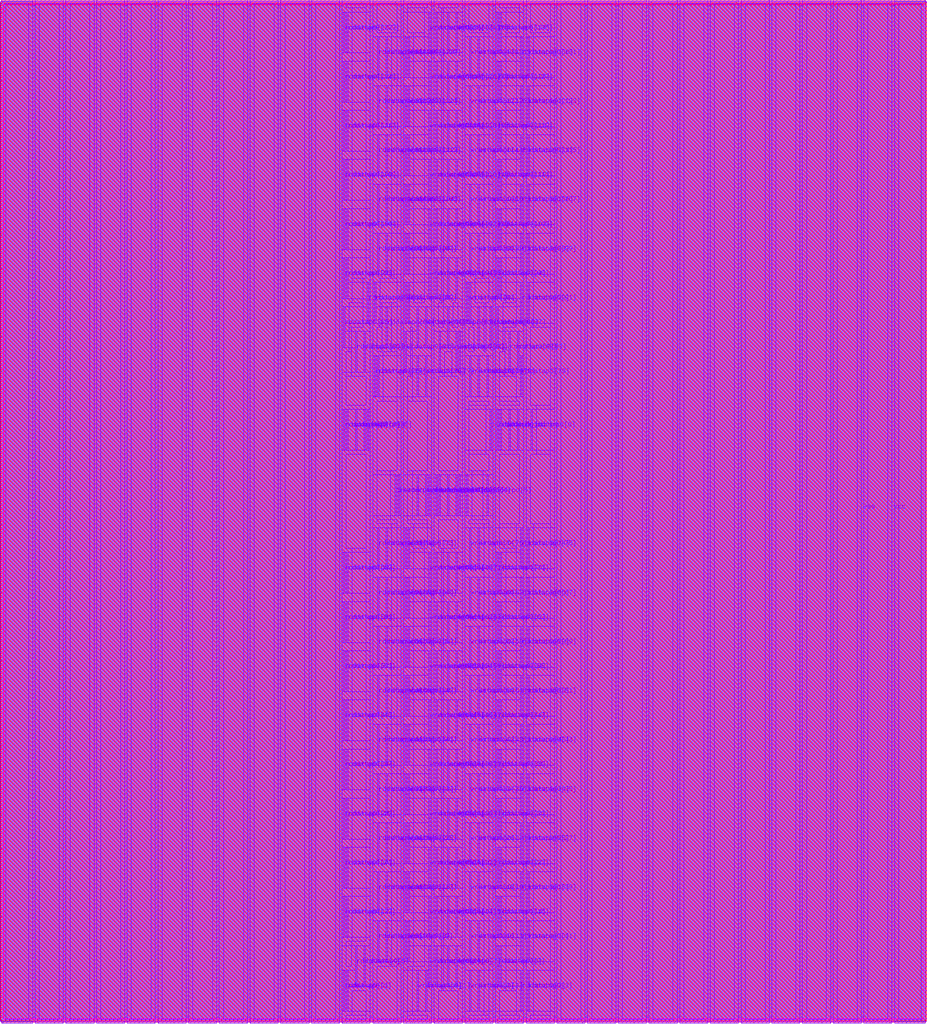
<source format=lef>
VERSION 5.8 ;
BUSBITCHARS "[]" ;
DIVIDERCHAR "/" ;

UNITS
  DATABASE MICRONS 4000 ;
END UNITS

PROPERTYDEFINITIONS
  MACRO hpml_layer STRING ;
  MACRO heml_layer STRING ;
END PROPERTYDEFINITIONS

MACRO arf132b064e1r1w0cbbehbaa4acw
  CLASS BLOCK ;
  FOREIGN arf132b064e1r1w0cbbehbaa4acw ;
  ORIGIN 0 0 ;
  SIZE 27 BY 29.76 ;
  PIN ckrdp0
    DIRECTION INPUT ;
    USE SIGNAL ;
    PORT
      LAYER m7 ;
        RECT 14.272 16.68 14.316 17.88 ;
    END
  END ckrdp0
  PIN ckwrp0
    DIRECTION INPUT ;
    USE SIGNAL ;
    PORT
      LAYER m7 ;
        RECT 11.484 14.76 11.528 15.96 ;
    END
  END ckwrp0
  PIN rdaddrp0[0]
    DIRECTION INPUT ;
    USE SIGNAL ;
    PORT
      LAYER m7 ;
        RECT 15.472 16.68 15.516 17.88 ;
    END
  END rdaddrp0[0]
  PIN rdaddrp0[1]
    DIRECTION INPUT ;
    USE SIGNAL ;
    PORT
      LAYER m7 ;
        RECT 9.984 16.68 10.028 17.88 ;
    END
  END rdaddrp0[1]
  PIN rdaddrp0[2]
    DIRECTION INPUT ;
    USE SIGNAL ;
    PORT
      LAYER m7 ;
        RECT 10.072 16.68 10.116 17.88 ;
    END
  END rdaddrp0[2]
  PIN rdaddrp0[3]
    DIRECTION INPUT ;
    USE SIGNAL ;
    PORT
      LAYER m7 ;
        RECT 10.328 16.68 10.372 17.88 ;
    END
  END rdaddrp0[3]
  PIN rdaddrp0[4]
    DIRECTION INPUT ;
    USE SIGNAL ;
    PORT
      LAYER m7 ;
        RECT 10.584 16.68 10.628 17.88 ;
    END
  END rdaddrp0[4]
  PIN rdaddrp0[5]
    DIRECTION INPUT ;
    USE SIGNAL ;
    PORT
      LAYER m7 ;
        RECT 10.672 16.68 10.716 17.88 ;
    END
  END rdaddrp0[5]
  PIN rdaddrp0_fd
    DIRECTION INPUT ;
    USE SIGNAL ;
    PORT
      LAYER m7 ;
        RECT 14.484 16.68 14.528 17.88 ;
    END
  END rdaddrp0_fd
  PIN rdaddrp0_rd
    DIRECTION INPUT ;
    USE SIGNAL ;
    PORT
      LAYER m7 ;
        RECT 14.572 16.68 14.616 17.88 ;
    END
  END rdaddrp0_rd
  PIN rdenp0
    DIRECTION INPUT ;
    USE SIGNAL ;
    PORT
      LAYER m7 ;
        RECT 14.828 16.68 14.872 17.88 ;
    END
  END rdenp0
  PIN sdl_initp0
    DIRECTION INPUT ;
    USE SIGNAL ;
    PORT
      LAYER m7 ;
        RECT 15.084 16.68 15.128 17.88 ;
    END
  END sdl_initp0
  PIN wraddrp0[0]
    DIRECTION INPUT ;
    USE SIGNAL ;
    PORT
      LAYER m7 ;
        RECT 12.772 14.76 12.816 15.96 ;
    END
  END wraddrp0[0]
  PIN wraddrp0[1]
    DIRECTION INPUT ;
    USE SIGNAL ;
    PORT
      LAYER m7 ;
        RECT 13.028 14.76 13.072 15.96 ;
    END
  END wraddrp0[1]
  PIN wraddrp0[2]
    DIRECTION INPUT ;
    USE SIGNAL ;
    PORT
      LAYER m7 ;
        RECT 13.284 14.76 13.328 15.96 ;
    END
  END wraddrp0[2]
  PIN wraddrp0[3]
    DIRECTION INPUT ;
    USE SIGNAL ;
    PORT
      LAYER m7 ;
        RECT 13.372 14.76 13.416 15.96 ;
    END
  END wraddrp0[3]
  PIN wraddrp0[4]
    DIRECTION INPUT ;
    USE SIGNAL ;
    PORT
      LAYER m7 ;
        RECT 13.584 14.76 13.628 15.96 ;
    END
  END wraddrp0[4]
  PIN wraddrp0[5]
    DIRECTION INPUT ;
    USE SIGNAL ;
    PORT
      LAYER m7 ;
        RECT 14.184 14.76 14.228 15.96 ;
    END
  END wraddrp0[5]
  PIN wraddrp0_fd
    DIRECTION INPUT ;
    USE SIGNAL ;
    PORT
      LAYER m7 ;
        RECT 11.572 14.76 11.616 15.96 ;
    END
  END wraddrp0_fd
  PIN wraddrp0_rd
    DIRECTION INPUT ;
    USE SIGNAL ;
    PORT
      LAYER m7 ;
        RECT 12.128 14.76 12.172 15.96 ;
    END
  END wraddrp0_rd
  PIN wrdatap0[0]
    DIRECTION INPUT ;
    USE SIGNAL ;
    PORT
      LAYER m7 ;
        RECT 12.128 0.24 12.172 1.44 ;
    END
  END wrdatap0[0]
  PIN wrdatap0[100]
    DIRECTION INPUT ;
    USE SIGNAL ;
    PORT
      LAYER m7 ;
        RECT 12.472 22.56 12.516 23.76 ;
    END
  END wrdatap0[100]
  PIN wrdatap0[101]
    DIRECTION INPUT ;
    USE SIGNAL ;
    PORT
      LAYER m7 ;
        RECT 12.684 22.56 12.728 23.76 ;
    END
  END wrdatap0[101]
  PIN wrdatap0[102]
    DIRECTION INPUT ;
    USE SIGNAL ;
    PORT
      LAYER m7 ;
        RECT 13.028 22.56 13.072 23.76 ;
    END
  END wrdatap0[102]
  PIN wrdatap0[103]
    DIRECTION INPUT ;
    USE SIGNAL ;
    PORT
      LAYER m7 ;
        RECT 13.284 22.56 13.328 23.76 ;
    END
  END wrdatap0[103]
  PIN wrdatap0[104]
    DIRECTION INPUT ;
    USE SIGNAL ;
    PORT
      LAYER m7 ;
        RECT 11.784 23.28 11.828 24.48 ;
    END
  END wrdatap0[104]
  PIN wrdatap0[105]
    DIRECTION INPUT ;
    USE SIGNAL ;
    PORT
      LAYER m7 ;
        RECT 11.872 23.28 11.916 24.48 ;
    END
  END wrdatap0[105]
  PIN wrdatap0[106]
    DIRECTION INPUT ;
    USE SIGNAL ;
    PORT
      LAYER m7 ;
        RECT 13.672 23.28 13.716 24.48 ;
    END
  END wrdatap0[106]
  PIN wrdatap0[107]
    DIRECTION INPUT ;
    USE SIGNAL ;
    PORT
      LAYER m7 ;
        RECT 13.928 23.28 13.972 24.48 ;
    END
  END wrdatap0[107]
  PIN wrdatap0[108]
    DIRECTION INPUT ;
    USE SIGNAL ;
    PORT
      LAYER m7 ;
        RECT 12.472 24 12.516 25.2 ;
    END
  END wrdatap0[108]
  PIN wrdatap0[109]
    DIRECTION INPUT ;
    USE SIGNAL ;
    PORT
      LAYER m7 ;
        RECT 12.684 24 12.728 25.2 ;
    END
  END wrdatap0[109]
  PIN wrdatap0[10]
    DIRECTION INPUT ;
    USE SIGNAL ;
    PORT
      LAYER m7 ;
        RECT 13.672 1.68 13.716 2.88 ;
    END
  END wrdatap0[10]
  PIN wrdatap0[110]
    DIRECTION INPUT ;
    USE SIGNAL ;
    PORT
      LAYER m7 ;
        RECT 13.028 24 13.072 25.2 ;
    END
  END wrdatap0[110]
  PIN wrdatap0[111]
    DIRECTION INPUT ;
    USE SIGNAL ;
    PORT
      LAYER m7 ;
        RECT 13.284 24 13.328 25.2 ;
    END
  END wrdatap0[111]
  PIN wrdatap0[112]
    DIRECTION INPUT ;
    USE SIGNAL ;
    PORT
      LAYER m7 ;
        RECT 11.784 24.72 11.828 25.92 ;
    END
  END wrdatap0[112]
  PIN wrdatap0[113]
    DIRECTION INPUT ;
    USE SIGNAL ;
    PORT
      LAYER m7 ;
        RECT 11.872 24.72 11.916 25.92 ;
    END
  END wrdatap0[113]
  PIN wrdatap0[114]
    DIRECTION INPUT ;
    USE SIGNAL ;
    PORT
      LAYER m7 ;
        RECT 13.672 24.72 13.716 25.92 ;
    END
  END wrdatap0[114]
  PIN wrdatap0[115]
    DIRECTION INPUT ;
    USE SIGNAL ;
    PORT
      LAYER m7 ;
        RECT 13.928 24.72 13.972 25.92 ;
    END
  END wrdatap0[115]
  PIN wrdatap0[116]
    DIRECTION INPUT ;
    USE SIGNAL ;
    PORT
      LAYER m7 ;
        RECT 12.472 25.44 12.516 26.64 ;
    END
  END wrdatap0[116]
  PIN wrdatap0[117]
    DIRECTION INPUT ;
    USE SIGNAL ;
    PORT
      LAYER m7 ;
        RECT 12.684 25.44 12.728 26.64 ;
    END
  END wrdatap0[117]
  PIN wrdatap0[118]
    DIRECTION INPUT ;
    USE SIGNAL ;
    PORT
      LAYER m7 ;
        RECT 13.028 25.44 13.072 26.64 ;
    END
  END wrdatap0[118]
  PIN wrdatap0[119]
    DIRECTION INPUT ;
    USE SIGNAL ;
    PORT
      LAYER m7 ;
        RECT 13.284 25.44 13.328 26.64 ;
    END
  END wrdatap0[119]
  PIN wrdatap0[11]
    DIRECTION INPUT ;
    USE SIGNAL ;
    PORT
      LAYER m7 ;
        RECT 13.928 1.68 13.972 2.88 ;
    END
  END wrdatap0[11]
  PIN wrdatap0[120]
    DIRECTION INPUT ;
    USE SIGNAL ;
    PORT
      LAYER m7 ;
        RECT 11.784 26.16 11.828 27.36 ;
    END
  END wrdatap0[120]
  PIN wrdatap0[121]
    DIRECTION INPUT ;
    USE SIGNAL ;
    PORT
      LAYER m7 ;
        RECT 11.872 26.16 11.916 27.36 ;
    END
  END wrdatap0[121]
  PIN wrdatap0[122]
    DIRECTION INPUT ;
    USE SIGNAL ;
    PORT
      LAYER m7 ;
        RECT 13.672 26.16 13.716 27.36 ;
    END
  END wrdatap0[122]
  PIN wrdatap0[123]
    DIRECTION INPUT ;
    USE SIGNAL ;
    PORT
      LAYER m7 ;
        RECT 13.928 26.16 13.972 27.36 ;
    END
  END wrdatap0[123]
  PIN wrdatap0[124]
    DIRECTION INPUT ;
    USE SIGNAL ;
    PORT
      LAYER m7 ;
        RECT 12.472 26.88 12.516 28.08 ;
    END
  END wrdatap0[124]
  PIN wrdatap0[125]
    DIRECTION INPUT ;
    USE SIGNAL ;
    PORT
      LAYER m7 ;
        RECT 12.684 26.88 12.728 28.08 ;
    END
  END wrdatap0[125]
  PIN wrdatap0[126]
    DIRECTION INPUT ;
    USE SIGNAL ;
    PORT
      LAYER m7 ;
        RECT 13.028 26.88 13.072 28.08 ;
    END
  END wrdatap0[126]
  PIN wrdatap0[127]
    DIRECTION INPUT ;
    USE SIGNAL ;
    PORT
      LAYER m7 ;
        RECT 13.284 26.88 13.328 28.08 ;
    END
  END wrdatap0[127]
  PIN wrdatap0[128]
    DIRECTION INPUT ;
    USE SIGNAL ;
    PORT
      LAYER m7 ;
        RECT 11.784 27.6 11.828 28.8 ;
    END
  END wrdatap0[128]
  PIN wrdatap0[129]
    DIRECTION INPUT ;
    USE SIGNAL ;
    PORT
      LAYER m7 ;
        RECT 11.872 27.6 11.916 28.8 ;
    END
  END wrdatap0[129]
  PIN wrdatap0[12]
    DIRECTION INPUT ;
    USE SIGNAL ;
    PORT
      LAYER m7 ;
        RECT 12.472 2.4 12.516 3.6 ;
    END
  END wrdatap0[12]
  PIN wrdatap0[130]
    DIRECTION INPUT ;
    USE SIGNAL ;
    PORT
      LAYER m7 ;
        RECT 13.672 27.6 13.716 28.8 ;
    END
  END wrdatap0[130]
  PIN wrdatap0[131]
    DIRECTION INPUT ;
    USE SIGNAL ;
    PORT
      LAYER m7 ;
        RECT 13.928 27.6 13.972 28.8 ;
    END
  END wrdatap0[131]
  PIN wrdatap0[132]
    DIRECTION INPUT ;
    USE SIGNAL ;
    PORT
      LAYER m7 ;
        RECT 12.472 28.32 12.516 29.52 ;
    END
  END wrdatap0[132]
  PIN wrdatap0[133]
    DIRECTION INPUT ;
    USE SIGNAL ;
    PORT
      LAYER m7 ;
        RECT 12.684 28.32 12.728 29.52 ;
    END
  END wrdatap0[133]
  PIN wrdatap0[134]
    DIRECTION INPUT ;
    USE SIGNAL ;
    PORT
      LAYER m7 ;
        RECT 13.028 28.32 13.072 29.52 ;
    END
  END wrdatap0[134]
  PIN wrdatap0[135]
    DIRECTION INPUT ;
    USE SIGNAL ;
    PORT
      LAYER m7 ;
        RECT 13.284 28.32 13.328 29.52 ;
    END
  END wrdatap0[135]
  PIN wrdatap0[13]
    DIRECTION INPUT ;
    USE SIGNAL ;
    PORT
      LAYER m7 ;
        RECT 12.684 2.4 12.728 3.6 ;
    END
  END wrdatap0[13]
  PIN wrdatap0[14]
    DIRECTION INPUT ;
    USE SIGNAL ;
    PORT
      LAYER m7 ;
        RECT 13.028 2.4 13.072 3.6 ;
    END
  END wrdatap0[14]
  PIN wrdatap0[15]
    DIRECTION INPUT ;
    USE SIGNAL ;
    PORT
      LAYER m7 ;
        RECT 13.284 2.4 13.328 3.6 ;
    END
  END wrdatap0[15]
  PIN wrdatap0[16]
    DIRECTION INPUT ;
    USE SIGNAL ;
    PORT
      LAYER m7 ;
        RECT 11.784 3.12 11.828 4.32 ;
    END
  END wrdatap0[16]
  PIN wrdatap0[17]
    DIRECTION INPUT ;
    USE SIGNAL ;
    PORT
      LAYER m7 ;
        RECT 11.872 3.12 11.916 4.32 ;
    END
  END wrdatap0[17]
  PIN wrdatap0[18]
    DIRECTION INPUT ;
    USE SIGNAL ;
    PORT
      LAYER m7 ;
        RECT 13.672 3.12 13.716 4.32 ;
    END
  END wrdatap0[18]
  PIN wrdatap0[19]
    DIRECTION INPUT ;
    USE SIGNAL ;
    PORT
      LAYER m7 ;
        RECT 13.928 3.12 13.972 4.32 ;
    END
  END wrdatap0[19]
  PIN wrdatap0[1]
    DIRECTION INPUT ;
    USE SIGNAL ;
    PORT
      LAYER m7 ;
        RECT 12.384 0.24 12.428 1.44 ;
    END
  END wrdatap0[1]
  PIN wrdatap0[20]
    DIRECTION INPUT ;
    USE SIGNAL ;
    PORT
      LAYER m7 ;
        RECT 12.472 3.84 12.516 5.04 ;
    END
  END wrdatap0[20]
  PIN wrdatap0[21]
    DIRECTION INPUT ;
    USE SIGNAL ;
    PORT
      LAYER m7 ;
        RECT 12.684 3.84 12.728 5.04 ;
    END
  END wrdatap0[21]
  PIN wrdatap0[22]
    DIRECTION INPUT ;
    USE SIGNAL ;
    PORT
      LAYER m7 ;
        RECT 13.028 3.84 13.072 5.04 ;
    END
  END wrdatap0[22]
  PIN wrdatap0[23]
    DIRECTION INPUT ;
    USE SIGNAL ;
    PORT
      LAYER m7 ;
        RECT 13.284 3.84 13.328 5.04 ;
    END
  END wrdatap0[23]
  PIN wrdatap0[24]
    DIRECTION INPUT ;
    USE SIGNAL ;
    PORT
      LAYER m7 ;
        RECT 11.784 4.56 11.828 5.76 ;
    END
  END wrdatap0[24]
  PIN wrdatap0[25]
    DIRECTION INPUT ;
    USE SIGNAL ;
    PORT
      LAYER m7 ;
        RECT 11.872 4.56 11.916 5.76 ;
    END
  END wrdatap0[25]
  PIN wrdatap0[26]
    DIRECTION INPUT ;
    USE SIGNAL ;
    PORT
      LAYER m7 ;
        RECT 13.672 4.56 13.716 5.76 ;
    END
  END wrdatap0[26]
  PIN wrdatap0[27]
    DIRECTION INPUT ;
    USE SIGNAL ;
    PORT
      LAYER m7 ;
        RECT 13.928 4.56 13.972 5.76 ;
    END
  END wrdatap0[27]
  PIN wrdatap0[28]
    DIRECTION INPUT ;
    USE SIGNAL ;
    PORT
      LAYER m7 ;
        RECT 12.472 5.28 12.516 6.48 ;
    END
  END wrdatap0[28]
  PIN wrdatap0[29]
    DIRECTION INPUT ;
    USE SIGNAL ;
    PORT
      LAYER m7 ;
        RECT 12.684 5.28 12.728 6.48 ;
    END
  END wrdatap0[29]
  PIN wrdatap0[2]
    DIRECTION INPUT ;
    USE SIGNAL ;
    PORT
      LAYER m7 ;
        RECT 13.672 0.24 13.716 1.44 ;
    END
  END wrdatap0[2]
  PIN wrdatap0[30]
    DIRECTION INPUT ;
    USE SIGNAL ;
    PORT
      LAYER m7 ;
        RECT 13.028 5.28 13.072 6.48 ;
    END
  END wrdatap0[30]
  PIN wrdatap0[31]
    DIRECTION INPUT ;
    USE SIGNAL ;
    PORT
      LAYER m7 ;
        RECT 13.284 5.28 13.328 6.48 ;
    END
  END wrdatap0[31]
  PIN wrdatap0[32]
    DIRECTION INPUT ;
    USE SIGNAL ;
    PORT
      LAYER m7 ;
        RECT 11.784 6 11.828 7.2 ;
    END
  END wrdatap0[32]
  PIN wrdatap0[33]
    DIRECTION INPUT ;
    USE SIGNAL ;
    PORT
      LAYER m7 ;
        RECT 11.872 6 11.916 7.2 ;
    END
  END wrdatap0[33]
  PIN wrdatap0[34]
    DIRECTION INPUT ;
    USE SIGNAL ;
    PORT
      LAYER m7 ;
        RECT 13.672 6 13.716 7.2 ;
    END
  END wrdatap0[34]
  PIN wrdatap0[35]
    DIRECTION INPUT ;
    USE SIGNAL ;
    PORT
      LAYER m7 ;
        RECT 13.928 6 13.972 7.2 ;
    END
  END wrdatap0[35]
  PIN wrdatap0[36]
    DIRECTION INPUT ;
    USE SIGNAL ;
    PORT
      LAYER m7 ;
        RECT 12.472 6.72 12.516 7.92 ;
    END
  END wrdatap0[36]
  PIN wrdatap0[37]
    DIRECTION INPUT ;
    USE SIGNAL ;
    PORT
      LAYER m7 ;
        RECT 12.684 6.72 12.728 7.92 ;
    END
  END wrdatap0[37]
  PIN wrdatap0[38]
    DIRECTION INPUT ;
    USE SIGNAL ;
    PORT
      LAYER m7 ;
        RECT 13.028 6.72 13.072 7.92 ;
    END
  END wrdatap0[38]
  PIN wrdatap0[39]
    DIRECTION INPUT ;
    USE SIGNAL ;
    PORT
      LAYER m7 ;
        RECT 13.284 6.72 13.328 7.92 ;
    END
  END wrdatap0[39]
  PIN wrdatap0[3]
    DIRECTION INPUT ;
    USE SIGNAL ;
    PORT
      LAYER m7 ;
        RECT 13.928 0.24 13.972 1.44 ;
    END
  END wrdatap0[3]
  PIN wrdatap0[40]
    DIRECTION INPUT ;
    USE SIGNAL ;
    PORT
      LAYER m7 ;
        RECT 11.784 7.44 11.828 8.64 ;
    END
  END wrdatap0[40]
  PIN wrdatap0[41]
    DIRECTION INPUT ;
    USE SIGNAL ;
    PORT
      LAYER m7 ;
        RECT 11.872 7.44 11.916 8.64 ;
    END
  END wrdatap0[41]
  PIN wrdatap0[42]
    DIRECTION INPUT ;
    USE SIGNAL ;
    PORT
      LAYER m7 ;
        RECT 13.672 7.44 13.716 8.64 ;
    END
  END wrdatap0[42]
  PIN wrdatap0[43]
    DIRECTION INPUT ;
    USE SIGNAL ;
    PORT
      LAYER m7 ;
        RECT 13.928 7.44 13.972 8.64 ;
    END
  END wrdatap0[43]
  PIN wrdatap0[44]
    DIRECTION INPUT ;
    USE SIGNAL ;
    PORT
      LAYER m7 ;
        RECT 12.472 8.16 12.516 9.36 ;
    END
  END wrdatap0[44]
  PIN wrdatap0[45]
    DIRECTION INPUT ;
    USE SIGNAL ;
    PORT
      LAYER m7 ;
        RECT 12.684 8.16 12.728 9.36 ;
    END
  END wrdatap0[45]
  PIN wrdatap0[46]
    DIRECTION INPUT ;
    USE SIGNAL ;
    PORT
      LAYER m7 ;
        RECT 13.028 8.16 13.072 9.36 ;
    END
  END wrdatap0[46]
  PIN wrdatap0[47]
    DIRECTION INPUT ;
    USE SIGNAL ;
    PORT
      LAYER m7 ;
        RECT 13.284 8.16 13.328 9.36 ;
    END
  END wrdatap0[47]
  PIN wrdatap0[48]
    DIRECTION INPUT ;
    USE SIGNAL ;
    PORT
      LAYER m7 ;
        RECT 11.784 8.88 11.828 10.08 ;
    END
  END wrdatap0[48]
  PIN wrdatap0[49]
    DIRECTION INPUT ;
    USE SIGNAL ;
    PORT
      LAYER m7 ;
        RECT 11.872 8.88 11.916 10.08 ;
    END
  END wrdatap0[49]
  PIN wrdatap0[4]
    DIRECTION INPUT ;
    USE SIGNAL ;
    PORT
      LAYER m7 ;
        RECT 12.472 0.96 12.516 2.16 ;
    END
  END wrdatap0[4]
  PIN wrdatap0[50]
    DIRECTION INPUT ;
    USE SIGNAL ;
    PORT
      LAYER m7 ;
        RECT 13.672 8.88 13.716 10.08 ;
    END
  END wrdatap0[50]
  PIN wrdatap0[51]
    DIRECTION INPUT ;
    USE SIGNAL ;
    PORT
      LAYER m7 ;
        RECT 13.928 8.88 13.972 10.08 ;
    END
  END wrdatap0[51]
  PIN wrdatap0[52]
    DIRECTION INPUT ;
    USE SIGNAL ;
    PORT
      LAYER m7 ;
        RECT 12.472 9.6 12.516 10.8 ;
    END
  END wrdatap0[52]
  PIN wrdatap0[53]
    DIRECTION INPUT ;
    USE SIGNAL ;
    PORT
      LAYER m7 ;
        RECT 12.684 9.6 12.728 10.8 ;
    END
  END wrdatap0[53]
  PIN wrdatap0[54]
    DIRECTION INPUT ;
    USE SIGNAL ;
    PORT
      LAYER m7 ;
        RECT 13.028 9.6 13.072 10.8 ;
    END
  END wrdatap0[54]
  PIN wrdatap0[55]
    DIRECTION INPUT ;
    USE SIGNAL ;
    PORT
      LAYER m7 ;
        RECT 13.284 9.6 13.328 10.8 ;
    END
  END wrdatap0[55]
  PIN wrdatap0[56]
    DIRECTION INPUT ;
    USE SIGNAL ;
    PORT
      LAYER m7 ;
        RECT 11.784 10.32 11.828 11.52 ;
    END
  END wrdatap0[56]
  PIN wrdatap0[57]
    DIRECTION INPUT ;
    USE SIGNAL ;
    PORT
      LAYER m7 ;
        RECT 11.872 10.32 11.916 11.52 ;
    END
  END wrdatap0[57]
  PIN wrdatap0[58]
    DIRECTION INPUT ;
    USE SIGNAL ;
    PORT
      LAYER m7 ;
        RECT 13.672 10.32 13.716 11.52 ;
    END
  END wrdatap0[58]
  PIN wrdatap0[59]
    DIRECTION INPUT ;
    USE SIGNAL ;
    PORT
      LAYER m7 ;
        RECT 13.928 10.32 13.972 11.52 ;
    END
  END wrdatap0[59]
  PIN wrdatap0[5]
    DIRECTION INPUT ;
    USE SIGNAL ;
    PORT
      LAYER m7 ;
        RECT 12.684 0.96 12.728 2.16 ;
    END
  END wrdatap0[5]
  PIN wrdatap0[60]
    DIRECTION INPUT ;
    USE SIGNAL ;
    PORT
      LAYER m7 ;
        RECT 12.472 11.04 12.516 12.24 ;
    END
  END wrdatap0[60]
  PIN wrdatap0[61]
    DIRECTION INPUT ;
    USE SIGNAL ;
    PORT
      LAYER m7 ;
        RECT 12.684 11.04 12.728 12.24 ;
    END
  END wrdatap0[61]
  PIN wrdatap0[62]
    DIRECTION INPUT ;
    USE SIGNAL ;
    PORT
      LAYER m7 ;
        RECT 13.028 11.04 13.072 12.24 ;
    END
  END wrdatap0[62]
  PIN wrdatap0[63]
    DIRECTION INPUT ;
    USE SIGNAL ;
    PORT
      LAYER m7 ;
        RECT 13.284 11.04 13.328 12.24 ;
    END
  END wrdatap0[63]
  PIN wrdatap0[64]
    DIRECTION INPUT ;
    USE SIGNAL ;
    PORT
      LAYER m7 ;
        RECT 11.784 11.76 11.828 12.96 ;
    END
  END wrdatap0[64]
  PIN wrdatap0[65]
    DIRECTION INPUT ;
    USE SIGNAL ;
    PORT
      LAYER m7 ;
        RECT 11.872 11.76 11.916 12.96 ;
    END
  END wrdatap0[65]
  PIN wrdatap0[66]
    DIRECTION INPUT ;
    USE SIGNAL ;
    PORT
      LAYER m7 ;
        RECT 13.672 11.76 13.716 12.96 ;
    END
  END wrdatap0[66]
  PIN wrdatap0[67]
    DIRECTION INPUT ;
    USE SIGNAL ;
    PORT
      LAYER m7 ;
        RECT 13.928 11.76 13.972 12.96 ;
    END
  END wrdatap0[67]
  PIN wrdatap0[68]
    DIRECTION INPUT ;
    USE SIGNAL ;
    PORT
      LAYER m7 ;
        RECT 12.472 12.48 12.516 13.68 ;
    END
  END wrdatap0[68]
  PIN wrdatap0[69]
    DIRECTION INPUT ;
    USE SIGNAL ;
    PORT
      LAYER m7 ;
        RECT 12.684 12.48 12.728 13.68 ;
    END
  END wrdatap0[69]
  PIN wrdatap0[6]
    DIRECTION INPUT ;
    USE SIGNAL ;
    PORT
      LAYER m7 ;
        RECT 13.028 0.96 13.072 2.16 ;
    END
  END wrdatap0[6]
  PIN wrdatap0[70]
    DIRECTION INPUT ;
    USE SIGNAL ;
    PORT
      LAYER m7 ;
        RECT 13.028 12.48 13.072 13.68 ;
    END
  END wrdatap0[70]
  PIN wrdatap0[71]
    DIRECTION INPUT ;
    USE SIGNAL ;
    PORT
      LAYER m7 ;
        RECT 13.284 12.48 13.328 13.68 ;
    END
  END wrdatap0[71]
  PIN wrdatap0[72]
    DIRECTION INPUT ;
    USE SIGNAL ;
    PORT
      LAYER m7 ;
        RECT 11.784 13.2 11.828 14.4 ;
    END
  END wrdatap0[72]
  PIN wrdatap0[73]
    DIRECTION INPUT ;
    USE SIGNAL ;
    PORT
      LAYER m7 ;
        RECT 11.872 13.2 11.916 14.4 ;
    END
  END wrdatap0[73]
  PIN wrdatap0[74]
    DIRECTION INPUT ;
    USE SIGNAL ;
    PORT
      LAYER m7 ;
        RECT 13.672 13.2 13.716 14.4 ;
    END
  END wrdatap0[74]
  PIN wrdatap0[75]
    DIRECTION INPUT ;
    USE SIGNAL ;
    PORT
      LAYER m7 ;
        RECT 13.928 13.2 13.972 14.4 ;
    END
  END wrdatap0[75]
  PIN wrdatap0[76]
    DIRECTION INPUT ;
    USE SIGNAL ;
    PORT
      LAYER m7 ;
        RECT 12.128 18.24 12.172 19.44 ;
    END
  END wrdatap0[76]
  PIN wrdatap0[77]
    DIRECTION INPUT ;
    USE SIGNAL ;
    PORT
      LAYER m7 ;
        RECT 12.384 18.24 12.428 19.44 ;
    END
  END wrdatap0[77]
  PIN wrdatap0[78]
    DIRECTION INPUT ;
    USE SIGNAL ;
    PORT
      LAYER m7 ;
        RECT 13.672 18.24 13.716 19.44 ;
    END
  END wrdatap0[78]
  PIN wrdatap0[79]
    DIRECTION INPUT ;
    USE SIGNAL ;
    PORT
      LAYER m7 ;
        RECT 13.928 18.24 13.972 19.44 ;
    END
  END wrdatap0[79]
  PIN wrdatap0[7]
    DIRECTION INPUT ;
    USE SIGNAL ;
    PORT
      LAYER m7 ;
        RECT 13.284 0.96 13.328 2.16 ;
    END
  END wrdatap0[7]
  PIN wrdatap0[80]
    DIRECTION INPUT ;
    USE SIGNAL ;
    PORT
      LAYER m7 ;
        RECT 12.772 18.96 12.816 20.16 ;
    END
  END wrdatap0[80]
  PIN wrdatap0[81]
    DIRECTION INPUT ;
    USE SIGNAL ;
    PORT
      LAYER m7 ;
        RECT 11.784 18.96 11.828 20.16 ;
    END
  END wrdatap0[81]
  PIN wrdatap0[82]
    DIRECTION INPUT ;
    USE SIGNAL ;
    PORT
      LAYER m7 ;
        RECT 13.284 18.96 13.328 20.16 ;
    END
  END wrdatap0[82]
  PIN wrdatap0[83]
    DIRECTION INPUT ;
    USE SIGNAL ;
    PORT
      LAYER m7 ;
        RECT 13.372 18.96 13.416 20.16 ;
    END
  END wrdatap0[83]
  PIN wrdatap0[84]
    DIRECTION INPUT ;
    USE SIGNAL ;
    PORT
      LAYER m7 ;
        RECT 12.128 19.68 12.172 20.88 ;
    END
  END wrdatap0[84]
  PIN wrdatap0[85]
    DIRECTION INPUT ;
    USE SIGNAL ;
    PORT
      LAYER m7 ;
        RECT 12.384 19.68 12.428 20.88 ;
    END
  END wrdatap0[85]
  PIN wrdatap0[86]
    DIRECTION INPUT ;
    USE SIGNAL ;
    PORT
      LAYER m7 ;
        RECT 13.928 19.68 13.972 20.88 ;
    END
  END wrdatap0[86]
  PIN wrdatap0[87]
    DIRECTION INPUT ;
    USE SIGNAL ;
    PORT
      LAYER m7 ;
        RECT 13.028 19.68 13.072 20.88 ;
    END
  END wrdatap0[87]
  PIN wrdatap0[88]
    DIRECTION INPUT ;
    USE SIGNAL ;
    PORT
      LAYER m7 ;
        RECT 11.784 20.4 11.828 21.6 ;
    END
  END wrdatap0[88]
  PIN wrdatap0[89]
    DIRECTION INPUT ;
    USE SIGNAL ;
    PORT
      LAYER m7 ;
        RECT 11.872 20.4 11.916 21.6 ;
    END
  END wrdatap0[89]
  PIN wrdatap0[8]
    DIRECTION INPUT ;
    USE SIGNAL ;
    PORT
      LAYER m7 ;
        RECT 11.784 1.68 11.828 2.88 ;
    END
  END wrdatap0[8]
  PIN wrdatap0[90]
    DIRECTION INPUT ;
    USE SIGNAL ;
    PORT
      LAYER m7 ;
        RECT 13.584 20.4 13.628 21.6 ;
    END
  END wrdatap0[90]
  PIN wrdatap0[91]
    DIRECTION INPUT ;
    USE SIGNAL ;
    PORT
      LAYER m7 ;
        RECT 13.672 20.4 13.716 21.6 ;
    END
  END wrdatap0[91]
  PIN wrdatap0[92]
    DIRECTION INPUT ;
    USE SIGNAL ;
    PORT
      LAYER m7 ;
        RECT 12.472 21.12 12.516 22.32 ;
    END
  END wrdatap0[92]
  PIN wrdatap0[93]
    DIRECTION INPUT ;
    USE SIGNAL ;
    PORT
      LAYER m7 ;
        RECT 12.684 21.12 12.728 22.32 ;
    END
  END wrdatap0[93]
  PIN wrdatap0[94]
    DIRECTION INPUT ;
    USE SIGNAL ;
    PORT
      LAYER m7 ;
        RECT 13.028 21.12 13.072 22.32 ;
    END
  END wrdatap0[94]
  PIN wrdatap0[95]
    DIRECTION INPUT ;
    USE SIGNAL ;
    PORT
      LAYER m7 ;
        RECT 13.284 21.12 13.328 22.32 ;
    END
  END wrdatap0[95]
  PIN wrdatap0[96]
    DIRECTION INPUT ;
    USE SIGNAL ;
    PORT
      LAYER m7 ;
        RECT 11.784 21.84 11.828 23.04 ;
    END
  END wrdatap0[96]
  PIN wrdatap0[97]
    DIRECTION INPUT ;
    USE SIGNAL ;
    PORT
      LAYER m7 ;
        RECT 11.872 21.84 11.916 23.04 ;
    END
  END wrdatap0[97]
  PIN wrdatap0[98]
    DIRECTION INPUT ;
    USE SIGNAL ;
    PORT
      LAYER m7 ;
        RECT 13.672 21.84 13.716 23.04 ;
    END
  END wrdatap0[98]
  PIN wrdatap0[99]
    DIRECTION INPUT ;
    USE SIGNAL ;
    PORT
      LAYER m7 ;
        RECT 13.928 21.84 13.972 23.04 ;
    END
  END wrdatap0[99]
  PIN wrdatap0[9]
    DIRECTION INPUT ;
    USE SIGNAL ;
    PORT
      LAYER m7 ;
        RECT 11.872 1.68 11.916 2.88 ;
    END
  END wrdatap0[9]
  PIN wrdatap0_fd
    DIRECTION INPUT ;
    USE SIGNAL ;
    PORT
      LAYER m7 ;
        RECT 12.472 14.76 12.516 15.96 ;
    END
  END wrdatap0_fd
  PIN wrdatap0_rd
    DIRECTION INPUT ;
    USE SIGNAL ;
    PORT
      LAYER m7 ;
        RECT 12.684 14.76 12.728 15.96 ;
    END
  END wrdatap0_rd
  PIN wrenp0
    DIRECTION INPUT ;
    USE SIGNAL ;
    PORT
      LAYER m7 ;
        RECT 12.384 14.76 12.428 15.96 ;
    END
  END wrenp0
  PIN rddatap0[0]
    DIRECTION OUTPUT ;
    USE SIGNAL ;
    PORT
      LAYER m7 ;
        RECT 9.984 0.24 10.028 1.44 ;
    END
  END rddatap0[0]
  PIN rddatap0[100]
    DIRECTION OUTPUT ;
    USE SIGNAL ;
    PORT
      LAYER m7 ;
        RECT 9.984 22.56 10.028 23.76 ;
    END
  END rddatap0[100]
  PIN rddatap0[101]
    DIRECTION OUTPUT ;
    USE SIGNAL ;
    PORT
      LAYER m7 ;
        RECT 10.072 22.56 10.116 23.76 ;
    END
  END rddatap0[101]
  PIN rddatap0[102]
    DIRECTION OUTPUT ;
    USE SIGNAL ;
    PORT
      LAYER m7 ;
        RECT 14.484 22.56 14.528 23.76 ;
    END
  END rddatap0[102]
  PIN rddatap0[103]
    DIRECTION OUTPUT ;
    USE SIGNAL ;
    PORT
      LAYER m7 ;
        RECT 14.572 22.56 14.616 23.76 ;
    END
  END rddatap0[103]
  PIN rddatap0[104]
    DIRECTION OUTPUT ;
    USE SIGNAL ;
    PORT
      LAYER m7 ;
        RECT 10.972 23.28 11.016 24.48 ;
    END
  END rddatap0[104]
  PIN rddatap0[105]
    DIRECTION OUTPUT ;
    USE SIGNAL ;
    PORT
      LAYER m7 ;
        RECT 11.228 23.28 11.272 24.48 ;
    END
  END rddatap0[105]
  PIN rddatap0[106]
    DIRECTION OUTPUT ;
    USE SIGNAL ;
    PORT
      LAYER m7 ;
        RECT 15.172 23.28 15.216 24.48 ;
    END
  END rddatap0[106]
  PIN rddatap0[107]
    DIRECTION OUTPUT ;
    USE SIGNAL ;
    PORT
      LAYER m7 ;
        RECT 15.384 23.28 15.428 24.48 ;
    END
  END rddatap0[107]
  PIN rddatap0[108]
    DIRECTION OUTPUT ;
    USE SIGNAL ;
    PORT
      LAYER m7 ;
        RECT 9.984 24 10.028 25.2 ;
    END
  END rddatap0[108]
  PIN rddatap0[109]
    DIRECTION OUTPUT ;
    USE SIGNAL ;
    PORT
      LAYER m7 ;
        RECT 10.072 24 10.116 25.2 ;
    END
  END rddatap0[109]
  PIN rddatap0[10]
    DIRECTION OUTPUT ;
    USE SIGNAL ;
    PORT
      LAYER m7 ;
        RECT 15.172 1.68 15.216 2.88 ;
    END
  END rddatap0[10]
  PIN rddatap0[110]
    DIRECTION OUTPUT ;
    USE SIGNAL ;
    PORT
      LAYER m7 ;
        RECT 14.484 24 14.528 25.2 ;
    END
  END rddatap0[110]
  PIN rddatap0[111]
    DIRECTION OUTPUT ;
    USE SIGNAL ;
    PORT
      LAYER m7 ;
        RECT 14.572 24 14.616 25.2 ;
    END
  END rddatap0[111]
  PIN rddatap0[112]
    DIRECTION OUTPUT ;
    USE SIGNAL ;
    PORT
      LAYER m7 ;
        RECT 10.972 24.72 11.016 25.92 ;
    END
  END rddatap0[112]
  PIN rddatap0[113]
    DIRECTION OUTPUT ;
    USE SIGNAL ;
    PORT
      LAYER m7 ;
        RECT 11.228 24.72 11.272 25.92 ;
    END
  END rddatap0[113]
  PIN rddatap0[114]
    DIRECTION OUTPUT ;
    USE SIGNAL ;
    PORT
      LAYER m7 ;
        RECT 15.172 24.72 15.216 25.92 ;
    END
  END rddatap0[114]
  PIN rddatap0[115]
    DIRECTION OUTPUT ;
    USE SIGNAL ;
    PORT
      LAYER m7 ;
        RECT 15.384 24.72 15.428 25.92 ;
    END
  END rddatap0[115]
  PIN rddatap0[116]
    DIRECTION OUTPUT ;
    USE SIGNAL ;
    PORT
      LAYER m7 ;
        RECT 9.984 25.44 10.028 26.64 ;
    END
  END rddatap0[116]
  PIN rddatap0[117]
    DIRECTION OUTPUT ;
    USE SIGNAL ;
    PORT
      LAYER m7 ;
        RECT 10.072 25.44 10.116 26.64 ;
    END
  END rddatap0[117]
  PIN rddatap0[118]
    DIRECTION OUTPUT ;
    USE SIGNAL ;
    PORT
      LAYER m7 ;
        RECT 14.484 25.44 14.528 26.64 ;
    END
  END rddatap0[118]
  PIN rddatap0[119]
    DIRECTION OUTPUT ;
    USE SIGNAL ;
    PORT
      LAYER m7 ;
        RECT 14.572 25.44 14.616 26.64 ;
    END
  END rddatap0[119]
  PIN rddatap0[11]
    DIRECTION OUTPUT ;
    USE SIGNAL ;
    PORT
      LAYER m7 ;
        RECT 15.384 1.68 15.428 2.88 ;
    END
  END rddatap0[11]
  PIN rddatap0[120]
    DIRECTION OUTPUT ;
    USE SIGNAL ;
    PORT
      LAYER m7 ;
        RECT 10.972 26.16 11.016 27.36 ;
    END
  END rddatap0[120]
  PIN rddatap0[121]
    DIRECTION OUTPUT ;
    USE SIGNAL ;
    PORT
      LAYER m7 ;
        RECT 11.228 26.16 11.272 27.36 ;
    END
  END rddatap0[121]
  PIN rddatap0[122]
    DIRECTION OUTPUT ;
    USE SIGNAL ;
    PORT
      LAYER m7 ;
        RECT 15.172 26.16 15.216 27.36 ;
    END
  END rddatap0[122]
  PIN rddatap0[123]
    DIRECTION OUTPUT ;
    USE SIGNAL ;
    PORT
      LAYER m7 ;
        RECT 15.384 26.16 15.428 27.36 ;
    END
  END rddatap0[123]
  PIN rddatap0[124]
    DIRECTION OUTPUT ;
    USE SIGNAL ;
    PORT
      LAYER m7 ;
        RECT 9.984 26.88 10.028 28.08 ;
    END
  END rddatap0[124]
  PIN rddatap0[125]
    DIRECTION OUTPUT ;
    USE SIGNAL ;
    PORT
      LAYER m7 ;
        RECT 10.072 26.88 10.116 28.08 ;
    END
  END rddatap0[125]
  PIN rddatap0[126]
    DIRECTION OUTPUT ;
    USE SIGNAL ;
    PORT
      LAYER m7 ;
        RECT 14.484 26.88 14.528 28.08 ;
    END
  END rddatap0[126]
  PIN rddatap0[127]
    DIRECTION OUTPUT ;
    USE SIGNAL ;
    PORT
      LAYER m7 ;
        RECT 14.572 26.88 14.616 28.08 ;
    END
  END rddatap0[127]
  PIN rddatap0[128]
    DIRECTION OUTPUT ;
    USE SIGNAL ;
    PORT
      LAYER m7 ;
        RECT 10.972 27.6 11.016 28.8 ;
    END
  END rddatap0[128]
  PIN rddatap0[129]
    DIRECTION OUTPUT ;
    USE SIGNAL ;
    PORT
      LAYER m7 ;
        RECT 11.228 27.6 11.272 28.8 ;
    END
  END rddatap0[129]
  PIN rddatap0[12]
    DIRECTION OUTPUT ;
    USE SIGNAL ;
    PORT
      LAYER m7 ;
        RECT 9.984 2.4 10.028 3.6 ;
    END
  END rddatap0[12]
  PIN rddatap0[130]
    DIRECTION OUTPUT ;
    USE SIGNAL ;
    PORT
      LAYER m7 ;
        RECT 15.172 27.6 15.216 28.8 ;
    END
  END rddatap0[130]
  PIN rddatap0[131]
    DIRECTION OUTPUT ;
    USE SIGNAL ;
    PORT
      LAYER m7 ;
        RECT 15.384 27.6 15.428 28.8 ;
    END
  END rddatap0[131]
  PIN rddatap0[132]
    DIRECTION OUTPUT ;
    USE SIGNAL ;
    PORT
      LAYER m7 ;
        RECT 9.984 28.32 10.028 29.52 ;
    END
  END rddatap0[132]
  PIN rddatap0[133]
    DIRECTION OUTPUT ;
    USE SIGNAL ;
    PORT
      LAYER m7 ;
        RECT 10.072 28.32 10.116 29.52 ;
    END
  END rddatap0[133]
  PIN rddatap0[134]
    DIRECTION OUTPUT ;
    USE SIGNAL ;
    PORT
      LAYER m7 ;
        RECT 14.484 28.32 14.528 29.52 ;
    END
  END rddatap0[134]
  PIN rddatap0[135]
    DIRECTION OUTPUT ;
    USE SIGNAL ;
    PORT
      LAYER m7 ;
        RECT 14.572 28.32 14.616 29.52 ;
    END
  END rddatap0[135]
  PIN rddatap0[13]
    DIRECTION OUTPUT ;
    USE SIGNAL ;
    PORT
      LAYER m7 ;
        RECT 10.072 2.4 10.116 3.6 ;
    END
  END rddatap0[13]
  PIN rddatap0[14]
    DIRECTION OUTPUT ;
    USE SIGNAL ;
    PORT
      LAYER m7 ;
        RECT 14.484 2.4 14.528 3.6 ;
    END
  END rddatap0[14]
  PIN rddatap0[15]
    DIRECTION OUTPUT ;
    USE SIGNAL ;
    PORT
      LAYER m7 ;
        RECT 14.572 2.4 14.616 3.6 ;
    END
  END rddatap0[15]
  PIN rddatap0[16]
    DIRECTION OUTPUT ;
    USE SIGNAL ;
    PORT
      LAYER m7 ;
        RECT 10.972 3.12 11.016 4.32 ;
    END
  END rddatap0[16]
  PIN rddatap0[17]
    DIRECTION OUTPUT ;
    USE SIGNAL ;
    PORT
      LAYER m7 ;
        RECT 11.228 3.12 11.272 4.32 ;
    END
  END rddatap0[17]
  PIN rddatap0[18]
    DIRECTION OUTPUT ;
    USE SIGNAL ;
    PORT
      LAYER m7 ;
        RECT 15.172 3.12 15.216 4.32 ;
    END
  END rddatap0[18]
  PIN rddatap0[19]
    DIRECTION OUTPUT ;
    USE SIGNAL ;
    PORT
      LAYER m7 ;
        RECT 15.384 3.12 15.428 4.32 ;
    END
  END rddatap0[19]
  PIN rddatap0[1]
    DIRECTION OUTPUT ;
    USE SIGNAL ;
    PORT
      LAYER m7 ;
        RECT 10.072 0.24 10.116 1.44 ;
    END
  END rddatap0[1]
  PIN rddatap0[20]
    DIRECTION OUTPUT ;
    USE SIGNAL ;
    PORT
      LAYER m7 ;
        RECT 9.984 3.84 10.028 5.04 ;
    END
  END rddatap0[20]
  PIN rddatap0[21]
    DIRECTION OUTPUT ;
    USE SIGNAL ;
    PORT
      LAYER m7 ;
        RECT 10.072 3.84 10.116 5.04 ;
    END
  END rddatap0[21]
  PIN rddatap0[22]
    DIRECTION OUTPUT ;
    USE SIGNAL ;
    PORT
      LAYER m7 ;
        RECT 14.484 3.84 14.528 5.04 ;
    END
  END rddatap0[22]
  PIN rddatap0[23]
    DIRECTION OUTPUT ;
    USE SIGNAL ;
    PORT
      LAYER m7 ;
        RECT 14.572 3.84 14.616 5.04 ;
    END
  END rddatap0[23]
  PIN rddatap0[24]
    DIRECTION OUTPUT ;
    USE SIGNAL ;
    PORT
      LAYER m7 ;
        RECT 10.972 4.56 11.016 5.76 ;
    END
  END rddatap0[24]
  PIN rddatap0[25]
    DIRECTION OUTPUT ;
    USE SIGNAL ;
    PORT
      LAYER m7 ;
        RECT 11.228 4.56 11.272 5.76 ;
    END
  END rddatap0[25]
  PIN rddatap0[26]
    DIRECTION OUTPUT ;
    USE SIGNAL ;
    PORT
      LAYER m7 ;
        RECT 15.172 4.56 15.216 5.76 ;
    END
  END rddatap0[26]
  PIN rddatap0[27]
    DIRECTION OUTPUT ;
    USE SIGNAL ;
    PORT
      LAYER m7 ;
        RECT 15.384 4.56 15.428 5.76 ;
    END
  END rddatap0[27]
  PIN rddatap0[28]
    DIRECTION OUTPUT ;
    USE SIGNAL ;
    PORT
      LAYER m7 ;
        RECT 9.984 5.28 10.028 6.48 ;
    END
  END rddatap0[28]
  PIN rddatap0[29]
    DIRECTION OUTPUT ;
    USE SIGNAL ;
    PORT
      LAYER m7 ;
        RECT 10.072 5.28 10.116 6.48 ;
    END
  END rddatap0[29]
  PIN rddatap0[2]
    DIRECTION OUTPUT ;
    USE SIGNAL ;
    PORT
      LAYER m7 ;
        RECT 15.172 0.24 15.216 1.44 ;
    END
  END rddatap0[2]
  PIN rddatap0[30]
    DIRECTION OUTPUT ;
    USE SIGNAL ;
    PORT
      LAYER m7 ;
        RECT 14.484 5.28 14.528 6.48 ;
    END
  END rddatap0[30]
  PIN rddatap0[31]
    DIRECTION OUTPUT ;
    USE SIGNAL ;
    PORT
      LAYER m7 ;
        RECT 14.572 5.28 14.616 6.48 ;
    END
  END rddatap0[31]
  PIN rddatap0[32]
    DIRECTION OUTPUT ;
    USE SIGNAL ;
    PORT
      LAYER m7 ;
        RECT 10.972 6 11.016 7.2 ;
    END
  END rddatap0[32]
  PIN rddatap0[33]
    DIRECTION OUTPUT ;
    USE SIGNAL ;
    PORT
      LAYER m7 ;
        RECT 11.228 6 11.272 7.2 ;
    END
  END rddatap0[33]
  PIN rddatap0[34]
    DIRECTION OUTPUT ;
    USE SIGNAL ;
    PORT
      LAYER m7 ;
        RECT 15.172 6 15.216 7.2 ;
    END
  END rddatap0[34]
  PIN rddatap0[35]
    DIRECTION OUTPUT ;
    USE SIGNAL ;
    PORT
      LAYER m7 ;
        RECT 15.384 6 15.428 7.2 ;
    END
  END rddatap0[35]
  PIN rddatap0[36]
    DIRECTION OUTPUT ;
    USE SIGNAL ;
    PORT
      LAYER m7 ;
        RECT 9.984 6.72 10.028 7.92 ;
    END
  END rddatap0[36]
  PIN rddatap0[37]
    DIRECTION OUTPUT ;
    USE SIGNAL ;
    PORT
      LAYER m7 ;
        RECT 10.072 6.72 10.116 7.92 ;
    END
  END rddatap0[37]
  PIN rddatap0[38]
    DIRECTION OUTPUT ;
    USE SIGNAL ;
    PORT
      LAYER m7 ;
        RECT 14.484 6.72 14.528 7.92 ;
    END
  END rddatap0[38]
  PIN rddatap0[39]
    DIRECTION OUTPUT ;
    USE SIGNAL ;
    PORT
      LAYER m7 ;
        RECT 14.572 6.72 14.616 7.92 ;
    END
  END rddatap0[39]
  PIN rddatap0[3]
    DIRECTION OUTPUT ;
    USE SIGNAL ;
    PORT
      LAYER m7 ;
        RECT 15.384 0.24 15.428 1.44 ;
    END
  END rddatap0[3]
  PIN rddatap0[40]
    DIRECTION OUTPUT ;
    USE SIGNAL ;
    PORT
      LAYER m7 ;
        RECT 10.972 7.44 11.016 8.64 ;
    END
  END rddatap0[40]
  PIN rddatap0[41]
    DIRECTION OUTPUT ;
    USE SIGNAL ;
    PORT
      LAYER m7 ;
        RECT 11.228 7.44 11.272 8.64 ;
    END
  END rddatap0[41]
  PIN rddatap0[42]
    DIRECTION OUTPUT ;
    USE SIGNAL ;
    PORT
      LAYER m7 ;
        RECT 15.172 7.44 15.216 8.64 ;
    END
  END rddatap0[42]
  PIN rddatap0[43]
    DIRECTION OUTPUT ;
    USE SIGNAL ;
    PORT
      LAYER m7 ;
        RECT 15.384 7.44 15.428 8.64 ;
    END
  END rddatap0[43]
  PIN rddatap0[44]
    DIRECTION OUTPUT ;
    USE SIGNAL ;
    PORT
      LAYER m7 ;
        RECT 9.984 8.16 10.028 9.36 ;
    END
  END rddatap0[44]
  PIN rddatap0[45]
    DIRECTION OUTPUT ;
    USE SIGNAL ;
    PORT
      LAYER m7 ;
        RECT 10.072 8.16 10.116 9.36 ;
    END
  END rddatap0[45]
  PIN rddatap0[46]
    DIRECTION OUTPUT ;
    USE SIGNAL ;
    PORT
      LAYER m7 ;
        RECT 14.484 8.16 14.528 9.36 ;
    END
  END rddatap0[46]
  PIN rddatap0[47]
    DIRECTION OUTPUT ;
    USE SIGNAL ;
    PORT
      LAYER m7 ;
        RECT 14.572 8.16 14.616 9.36 ;
    END
  END rddatap0[47]
  PIN rddatap0[48]
    DIRECTION OUTPUT ;
    USE SIGNAL ;
    PORT
      LAYER m7 ;
        RECT 10.972 8.88 11.016 10.08 ;
    END
  END rddatap0[48]
  PIN rddatap0[49]
    DIRECTION OUTPUT ;
    USE SIGNAL ;
    PORT
      LAYER m7 ;
        RECT 11.228 8.88 11.272 10.08 ;
    END
  END rddatap0[49]
  PIN rddatap0[4]
    DIRECTION OUTPUT ;
    USE SIGNAL ;
    PORT
      LAYER m7 ;
        RECT 10.328 0.96 10.372 2.16 ;
    END
  END rddatap0[4]
  PIN rddatap0[50]
    DIRECTION OUTPUT ;
    USE SIGNAL ;
    PORT
      LAYER m7 ;
        RECT 15.172 8.88 15.216 10.08 ;
    END
  END rddatap0[50]
  PIN rddatap0[51]
    DIRECTION OUTPUT ;
    USE SIGNAL ;
    PORT
      LAYER m7 ;
        RECT 15.384 8.88 15.428 10.08 ;
    END
  END rddatap0[51]
  PIN rddatap0[52]
    DIRECTION OUTPUT ;
    USE SIGNAL ;
    PORT
      LAYER m7 ;
        RECT 9.984 9.6 10.028 10.8 ;
    END
  END rddatap0[52]
  PIN rddatap0[53]
    DIRECTION OUTPUT ;
    USE SIGNAL ;
    PORT
      LAYER m7 ;
        RECT 10.072 9.6 10.116 10.8 ;
    END
  END rddatap0[53]
  PIN rddatap0[54]
    DIRECTION OUTPUT ;
    USE SIGNAL ;
    PORT
      LAYER m7 ;
        RECT 14.484 9.6 14.528 10.8 ;
    END
  END rddatap0[54]
  PIN rddatap0[55]
    DIRECTION OUTPUT ;
    USE SIGNAL ;
    PORT
      LAYER m7 ;
        RECT 14.572 9.6 14.616 10.8 ;
    END
  END rddatap0[55]
  PIN rddatap0[56]
    DIRECTION OUTPUT ;
    USE SIGNAL ;
    PORT
      LAYER m7 ;
        RECT 10.972 10.32 11.016 11.52 ;
    END
  END rddatap0[56]
  PIN rddatap0[57]
    DIRECTION OUTPUT ;
    USE SIGNAL ;
    PORT
      LAYER m7 ;
        RECT 11.228 10.32 11.272 11.52 ;
    END
  END rddatap0[57]
  PIN rddatap0[58]
    DIRECTION OUTPUT ;
    USE SIGNAL ;
    PORT
      LAYER m7 ;
        RECT 15.172 10.32 15.216 11.52 ;
    END
  END rddatap0[58]
  PIN rddatap0[59]
    DIRECTION OUTPUT ;
    USE SIGNAL ;
    PORT
      LAYER m7 ;
        RECT 15.384 10.32 15.428 11.52 ;
    END
  END rddatap0[59]
  PIN rddatap0[5]
    DIRECTION OUTPUT ;
    USE SIGNAL ;
    PORT
      LAYER m7 ;
        RECT 10.584 0.96 10.628 2.16 ;
    END
  END rddatap0[5]
  PIN rddatap0[60]
    DIRECTION OUTPUT ;
    USE SIGNAL ;
    PORT
      LAYER m7 ;
        RECT 9.984 11.04 10.028 12.24 ;
    END
  END rddatap0[60]
  PIN rddatap0[61]
    DIRECTION OUTPUT ;
    USE SIGNAL ;
    PORT
      LAYER m7 ;
        RECT 10.072 11.04 10.116 12.24 ;
    END
  END rddatap0[61]
  PIN rddatap0[62]
    DIRECTION OUTPUT ;
    USE SIGNAL ;
    PORT
      LAYER m7 ;
        RECT 14.484 11.04 14.528 12.24 ;
    END
  END rddatap0[62]
  PIN rddatap0[63]
    DIRECTION OUTPUT ;
    USE SIGNAL ;
    PORT
      LAYER m7 ;
        RECT 14.572 11.04 14.616 12.24 ;
    END
  END rddatap0[63]
  PIN rddatap0[64]
    DIRECTION OUTPUT ;
    USE SIGNAL ;
    PORT
      LAYER m7 ;
        RECT 10.972 11.76 11.016 12.96 ;
    END
  END rddatap0[64]
  PIN rddatap0[65]
    DIRECTION OUTPUT ;
    USE SIGNAL ;
    PORT
      LAYER m7 ;
        RECT 11.228 11.76 11.272 12.96 ;
    END
  END rddatap0[65]
  PIN rddatap0[66]
    DIRECTION OUTPUT ;
    USE SIGNAL ;
    PORT
      LAYER m7 ;
        RECT 15.172 11.76 15.216 12.96 ;
    END
  END rddatap0[66]
  PIN rddatap0[67]
    DIRECTION OUTPUT ;
    USE SIGNAL ;
    PORT
      LAYER m7 ;
        RECT 15.384 11.76 15.428 12.96 ;
    END
  END rddatap0[67]
  PIN rddatap0[68]
    DIRECTION OUTPUT ;
    USE SIGNAL ;
    PORT
      LAYER m7 ;
        RECT 9.984 12.48 10.028 13.68 ;
    END
  END rddatap0[68]
  PIN rddatap0[69]
    DIRECTION OUTPUT ;
    USE SIGNAL ;
    PORT
      LAYER m7 ;
        RECT 10.072 12.48 10.116 13.68 ;
    END
  END rddatap0[69]
  PIN rddatap0[6]
    DIRECTION OUTPUT ;
    USE SIGNAL ;
    PORT
      LAYER m7 ;
        RECT 14.484 0.96 14.528 2.16 ;
    END
  END rddatap0[6]
  PIN rddatap0[70]
    DIRECTION OUTPUT ;
    USE SIGNAL ;
    PORT
      LAYER m7 ;
        RECT 14.484 12.48 14.528 13.68 ;
    END
  END rddatap0[70]
  PIN rddatap0[71]
    DIRECTION OUTPUT ;
    USE SIGNAL ;
    PORT
      LAYER m7 ;
        RECT 14.572 12.48 14.616 13.68 ;
    END
  END rddatap0[71]
  PIN rddatap0[72]
    DIRECTION OUTPUT ;
    USE SIGNAL ;
    PORT
      LAYER m7 ;
        RECT 10.972 13.2 11.016 14.4 ;
    END
  END rddatap0[72]
  PIN rddatap0[73]
    DIRECTION OUTPUT ;
    USE SIGNAL ;
    PORT
      LAYER m7 ;
        RECT 11.228 13.2 11.272 14.4 ;
    END
  END rddatap0[73]
  PIN rddatap0[74]
    DIRECTION OUTPUT ;
    USE SIGNAL ;
    PORT
      LAYER m7 ;
        RECT 15.172 13.2 15.216 14.4 ;
    END
  END rddatap0[74]
  PIN rddatap0[75]
    DIRECTION OUTPUT ;
    USE SIGNAL ;
    PORT
      LAYER m7 ;
        RECT 15.384 13.2 15.428 14.4 ;
    END
  END rddatap0[75]
  PIN rddatap0[76]
    DIRECTION OUTPUT ;
    USE SIGNAL ;
    PORT
      LAYER m7 ;
        RECT 10.884 18.24 10.928 19.44 ;
    END
  END rddatap0[76]
  PIN rddatap0[77]
    DIRECTION OUTPUT ;
    USE SIGNAL ;
    PORT
      LAYER m7 ;
        RECT 10.972 18.24 11.016 19.44 ;
    END
  END rddatap0[77]
  PIN rddatap0[78]
    DIRECTION OUTPUT ;
    USE SIGNAL ;
    PORT
      LAYER m7 ;
        RECT 14.184 18.24 14.228 19.44 ;
    END
  END rddatap0[78]
  PIN rddatap0[79]
    DIRECTION OUTPUT ;
    USE SIGNAL ;
    PORT
      LAYER m7 ;
        RECT 15.172 18.24 15.216 19.44 ;
    END
  END rddatap0[79]
  PIN rddatap0[7]
    DIRECTION OUTPUT ;
    USE SIGNAL ;
    PORT
      LAYER m7 ;
        RECT 14.572 0.96 14.616 2.16 ;
    END
  END rddatap0[7]
  PIN rddatap0[80]
    DIRECTION OUTPUT ;
    USE SIGNAL ;
    PORT
      LAYER m7 ;
        RECT 10.328 18.96 10.372 20.16 ;
    END
  END rddatap0[80]
  PIN rddatap0[81]
    DIRECTION OUTPUT ;
    USE SIGNAL ;
    PORT
      LAYER m7 ;
        RECT 10.584 18.96 10.628 20.16 ;
    END
  END rddatap0[81]
  PIN rddatap0[82]
    DIRECTION OUTPUT ;
    USE SIGNAL ;
    PORT
      LAYER m7 ;
        RECT 14.828 18.96 14.872 20.16 ;
    END
  END rddatap0[82]
  PIN rddatap0[83]
    DIRECTION OUTPUT ;
    USE SIGNAL ;
    PORT
      LAYER m7 ;
        RECT 15.084 18.96 15.128 20.16 ;
    END
  END rddatap0[83]
  PIN rddatap0[84]
    DIRECTION OUTPUT ;
    USE SIGNAL ;
    PORT
      LAYER m7 ;
        RECT 11.228 19.68 11.272 20.88 ;
    END
  END rddatap0[84]
  PIN rddatap0[85]
    DIRECTION OUTPUT ;
    USE SIGNAL ;
    PORT
      LAYER m7 ;
        RECT 9.984 19.68 10.028 20.88 ;
    END
  END rddatap0[85]
  PIN rddatap0[86]
    DIRECTION OUTPUT ;
    USE SIGNAL ;
    PORT
      LAYER m7 ;
        RECT 14.272 19.68 14.316 20.88 ;
    END
  END rddatap0[86]
  PIN rddatap0[87]
    DIRECTION OUTPUT ;
    USE SIGNAL ;
    PORT
      LAYER m7 ;
        RECT 14.484 19.68 14.528 20.88 ;
    END
  END rddatap0[87]
  PIN rddatap0[88]
    DIRECTION OUTPUT ;
    USE SIGNAL ;
    PORT
      LAYER m7 ;
        RECT 10.672 20.4 10.716 21.6 ;
    END
  END rddatap0[88]
  PIN rddatap0[89]
    DIRECTION OUTPUT ;
    USE SIGNAL ;
    PORT
      LAYER m7 ;
        RECT 10.884 20.4 10.928 21.6 ;
    END
  END rddatap0[89]
  PIN rddatap0[8]
    DIRECTION OUTPUT ;
    USE SIGNAL ;
    PORT
      LAYER m7 ;
        RECT 10.972 1.68 11.016 2.88 ;
    END
  END rddatap0[8]
  PIN rddatap0[90]
    DIRECTION OUTPUT ;
    USE SIGNAL ;
    PORT
      LAYER m7 ;
        RECT 15.172 20.4 15.216 21.6 ;
    END
  END rddatap0[90]
  PIN rddatap0[91]
    DIRECTION OUTPUT ;
    USE SIGNAL ;
    PORT
      LAYER m7 ;
        RECT 15.384 20.4 15.428 21.6 ;
    END
  END rddatap0[91]
  PIN rddatap0[92]
    DIRECTION OUTPUT ;
    USE SIGNAL ;
    PORT
      LAYER m7 ;
        RECT 9.984 21.12 10.028 22.32 ;
    END
  END rddatap0[92]
  PIN rddatap0[93]
    DIRECTION OUTPUT ;
    USE SIGNAL ;
    PORT
      LAYER m7 ;
        RECT 10.072 21.12 10.116 22.32 ;
    END
  END rddatap0[93]
  PIN rddatap0[94]
    DIRECTION OUTPUT ;
    USE SIGNAL ;
    PORT
      LAYER m7 ;
        RECT 14.484 21.12 14.528 22.32 ;
    END
  END rddatap0[94]
  PIN rddatap0[95]
    DIRECTION OUTPUT ;
    USE SIGNAL ;
    PORT
      LAYER m7 ;
        RECT 14.572 21.12 14.616 22.32 ;
    END
  END rddatap0[95]
  PIN rddatap0[96]
    DIRECTION OUTPUT ;
    USE SIGNAL ;
    PORT
      LAYER m7 ;
        RECT 10.972 21.84 11.016 23.04 ;
    END
  END rddatap0[96]
  PIN rddatap0[97]
    DIRECTION OUTPUT ;
    USE SIGNAL ;
    PORT
      LAYER m7 ;
        RECT 11.228 21.84 11.272 23.04 ;
    END
  END rddatap0[97]
  PIN rddatap0[98]
    DIRECTION OUTPUT ;
    USE SIGNAL ;
    PORT
      LAYER m7 ;
        RECT 15.172 21.84 15.216 23.04 ;
    END
  END rddatap0[98]
  PIN rddatap0[99]
    DIRECTION OUTPUT ;
    USE SIGNAL ;
    PORT
      LAYER m7 ;
        RECT 15.384 21.84 15.428 23.04 ;
    END
  END rddatap0[99]
  PIN rddatap0[9]
    DIRECTION OUTPUT ;
    USE SIGNAL ;
    PORT
      LAYER m7 ;
        RECT 11.228 1.68 11.272 2.88 ;
    END
  END rddatap0[9]
  PIN vcc
    DIRECTION INPUT ;
    USE POWER ;
    PORT
      LAYER m7 ;
        RECT 0.862 0.06 0.938 29.7 ;
        RECT 2.662 0.06 2.738 29.7 ;
        RECT 4.462 0.06 4.538 29.7 ;
        RECT 6.262 0.06 6.338 29.7 ;
        RECT 8.062 0.06 8.138 29.7 ;
        RECT 9.862 0.06 9.938 29.7 ;
        RECT 11.662 0.06 11.738 29.7 ;
        RECT 13.462 0.06 13.538 29.7 ;
        RECT 15.262 0.06 15.338 29.7 ;
        RECT 17.062 0.06 17.138 29.7 ;
        RECT 18.862 0.06 18.938 29.7 ;
        RECT 20.662 0.06 20.738 29.7 ;
        RECT 22.462 0.06 22.538 29.7 ;
        RECT 24.262 0.06 24.338 29.7 ;
        RECT 26.062 0.06 26.138 29.7 ;
    END
  END vcc
  PIN vss
    DIRECTION INOUT ;
    USE GROUND ;
    PORT
      LAYER m7 ;
        RECT 1.762 0.06 1.838 29.7 ;
        RECT 3.562 0.06 3.638 29.7 ;
        RECT 5.362 0.06 5.438 29.7 ;
        RECT 7.162 0.06 7.238 29.7 ;
        RECT 8.962 0.06 9.038 29.7 ;
        RECT 10.762 0.06 10.838 29.7 ;
        RECT 12.562 0.06 12.638 29.7 ;
        RECT 14.362 0.06 14.438 29.7 ;
        RECT 16.162 0.06 16.238 29.7 ;
        RECT 17.962 0.06 18.038 29.7 ;
        RECT 19.762 0.06 19.838 29.7 ;
        RECT 21.562 0.06 21.638 29.7 ;
        RECT 23.362 0.06 23.438 29.7 ;
        RECT 25.162 0.06 25.238 29.7 ;
    END
  END vss
  OBS
    LAYER m0 SPACING 0 ;
      RECT -0.016 -0.014 27.016 29.774 ;
    LAYER m1 SPACING 0 ;
      RECT -0.02 -0.02 27.02 29.78 ;
    LAYER m2 SPACING 0 ;
      RECT -0.0705 -0.038 27.0705 29.798 ;
    LAYER m3 SPACING 0 ;
      RECT -0.035 -0.07 27.035 29.83 ;
    LAYER m4 SPACING 0 ;
      RECT -0.07 -0.038 27.07 29.798 ;
    LAYER m5 SPACING 0 ;
      RECT -0.059 -0.09 27.059 29.85 ;
    LAYER m6 SPACING 0 ;
      RECT -0.09 -0.062 27.09 29.822 ;
    LAYER m7 SPACING 0 ;
      RECT 26.138 29.82 27.04 29.88 ;
      RECT 26.138 -0.06 27.092 29.82 ;
      RECT 26.138 -0.12 27.04 -0.06 ;
      RECT 25.238 -0.12 26.062 29.88 ;
      RECT 24.338 -0.12 25.162 29.88 ;
      RECT 23.438 -0.12 24.262 29.88 ;
      RECT 22.538 -0.12 23.362 29.88 ;
      RECT 21.638 -0.12 22.462 29.88 ;
      RECT 20.738 -0.12 21.562 29.88 ;
      RECT 19.838 -0.12 20.662 29.88 ;
      RECT 18.938 -0.12 19.762 29.88 ;
      RECT 18.038 -0.12 18.862 29.88 ;
      RECT 17.138 -0.12 17.962 29.88 ;
      RECT 16.238 -0.12 17.062 29.88 ;
      RECT 15.338 28.8 16.162 29.88 ;
      RECT 15.338 27.6 15.384 28.8 ;
      RECT 15.428 27.6 16.162 28.8 ;
      RECT 15.338 27.36 16.162 27.6 ;
      RECT 15.338 26.16 15.384 27.36 ;
      RECT 15.428 26.16 16.162 27.36 ;
      RECT 15.338 25.92 16.162 26.16 ;
      RECT 15.338 24.72 15.384 25.92 ;
      RECT 15.428 24.72 16.162 25.92 ;
      RECT 15.338 24.48 16.162 24.72 ;
      RECT 15.338 23.28 15.384 24.48 ;
      RECT 15.428 23.28 16.162 24.48 ;
      RECT 15.338 23.04 16.162 23.28 ;
      RECT 15.338 21.84 15.384 23.04 ;
      RECT 15.428 21.84 16.162 23.04 ;
      RECT 15.338 21.6 16.162 21.84 ;
      RECT 15.338 20.4 15.384 21.6 ;
      RECT 15.428 20.4 16.162 21.6 ;
      RECT 15.338 17.88 16.162 20.4 ;
      RECT 15.338 16.68 15.472 17.88 ;
      RECT 15.516 16.68 16.162 17.88 ;
      RECT 15.338 14.4 16.162 16.68 ;
      RECT 15.338 13.2 15.384 14.4 ;
      RECT 15.428 13.2 16.162 14.4 ;
      RECT 15.338 12.96 16.162 13.2 ;
      RECT 15.338 11.76 15.384 12.96 ;
      RECT 15.428 11.76 16.162 12.96 ;
      RECT 15.338 11.52 16.162 11.76 ;
      RECT 15.338 10.32 15.384 11.52 ;
      RECT 15.428 10.32 16.162 11.52 ;
      RECT 15.338 10.08 16.162 10.32 ;
      RECT 15.338 8.88 15.384 10.08 ;
      RECT 15.428 8.88 16.162 10.08 ;
      RECT 15.338 8.64 16.162 8.88 ;
      RECT 15.338 7.44 15.384 8.64 ;
      RECT 15.428 7.44 16.162 8.64 ;
      RECT 15.338 7.2 16.162 7.44 ;
      RECT 15.338 6 15.384 7.2 ;
      RECT 15.428 6 16.162 7.2 ;
      RECT 15.338 5.76 16.162 6 ;
      RECT 15.338 4.56 15.384 5.76 ;
      RECT 15.428 4.56 16.162 5.76 ;
      RECT 15.338 4.32 16.162 4.56 ;
      RECT 15.338 3.12 15.384 4.32 ;
      RECT 15.428 3.12 16.162 4.32 ;
      RECT 15.338 2.88 16.162 3.12 ;
      RECT 15.338 1.68 15.384 2.88 ;
      RECT 15.428 1.68 16.162 2.88 ;
      RECT 15.338 1.44 16.162 1.68 ;
      RECT 15.338 0.24 15.384 1.44 ;
      RECT 15.428 0.24 16.162 1.44 ;
      RECT 15.338 -0.12 16.162 0.24 ;
      RECT 14.438 29.52 15.262 29.88 ;
      RECT 14.616 28.8 15.262 29.52 ;
      RECT 14.438 28.32 14.484 29.52 ;
      RECT 14.528 28.32 14.572 29.52 ;
      RECT 14.616 28.32 15.172 28.8 ;
      RECT 14.438 28.08 15.172 28.32 ;
      RECT 15.216 27.6 15.262 28.8 ;
      RECT 14.616 27.6 15.172 28.08 ;
      RECT 14.616 27.36 15.262 27.6 ;
      RECT 14.438 26.88 14.484 28.08 ;
      RECT 14.528 26.88 14.572 28.08 ;
      RECT 14.616 26.88 15.172 27.36 ;
      RECT 14.438 26.64 15.172 26.88 ;
      RECT 15.216 26.16 15.262 27.36 ;
      RECT 14.616 26.16 15.172 26.64 ;
      RECT 14.616 25.92 15.262 26.16 ;
      RECT 14.438 25.44 14.484 26.64 ;
      RECT 14.528 25.44 14.572 26.64 ;
      RECT 14.616 25.44 15.172 25.92 ;
      RECT 14.438 25.2 15.172 25.44 ;
      RECT 15.216 24.72 15.262 25.92 ;
      RECT 14.616 24.72 15.172 25.2 ;
      RECT 14.616 24.48 15.262 24.72 ;
      RECT 14.438 24 14.484 25.2 ;
      RECT 14.528 24 14.572 25.2 ;
      RECT 14.616 24 15.172 24.48 ;
      RECT 14.438 23.76 15.172 24 ;
      RECT 15.216 23.28 15.262 24.48 ;
      RECT 14.616 23.28 15.172 23.76 ;
      RECT 14.616 23.04 15.262 23.28 ;
      RECT 14.438 22.56 14.484 23.76 ;
      RECT 14.528 22.56 14.572 23.76 ;
      RECT 14.616 22.56 15.172 23.04 ;
      RECT 14.438 22.32 15.172 22.56 ;
      RECT 15.216 21.84 15.262 23.04 ;
      RECT 14.616 21.84 15.172 22.32 ;
      RECT 14.616 21.6 15.262 21.84 ;
      RECT 14.438 21.12 14.484 22.32 ;
      RECT 14.528 21.12 14.572 22.32 ;
      RECT 14.616 21.12 15.172 21.6 ;
      RECT 14.438 20.88 15.172 21.12 ;
      RECT 15.216 20.4 15.262 21.6 ;
      RECT 14.528 20.4 15.172 20.88 ;
      RECT 14.528 20.16 15.262 20.4 ;
      RECT 14.438 19.68 14.484 20.88 ;
      RECT 14.528 19.68 14.828 20.16 ;
      RECT 15.128 19.44 15.262 20.16 ;
      RECT 14.872 18.96 15.084 20.16 ;
      RECT 14.438 18.96 14.828 19.68 ;
      RECT 15.128 18.96 15.172 19.44 ;
      RECT 15.216 18.24 15.262 19.44 ;
      RECT 14.438 18.24 15.172 18.96 ;
      RECT 14.438 17.88 15.262 18.24 ;
      RECT 14.438 16.68 14.484 17.88 ;
      RECT 14.528 16.68 14.572 17.88 ;
      RECT 14.616 16.68 14.828 17.88 ;
      RECT 14.872 16.68 15.084 17.88 ;
      RECT 15.128 16.68 15.262 17.88 ;
      RECT 14.438 14.4 15.262 16.68 ;
      RECT 14.438 13.68 15.172 14.4 ;
      RECT 15.216 13.2 15.262 14.4 ;
      RECT 14.616 13.2 15.172 13.68 ;
      RECT 14.616 12.96 15.262 13.2 ;
      RECT 14.438 12.48 14.484 13.68 ;
      RECT 14.528 12.48 14.572 13.68 ;
      RECT 14.616 12.48 15.172 12.96 ;
      RECT 14.438 12.24 15.172 12.48 ;
      RECT 15.216 11.76 15.262 12.96 ;
      RECT 14.616 11.76 15.172 12.24 ;
      RECT 14.616 11.52 15.262 11.76 ;
      RECT 14.438 11.04 14.484 12.24 ;
      RECT 14.528 11.04 14.572 12.24 ;
      RECT 14.616 11.04 15.172 11.52 ;
      RECT 14.438 10.8 15.172 11.04 ;
      RECT 15.216 10.32 15.262 11.52 ;
      RECT 14.616 10.32 15.172 10.8 ;
      RECT 14.616 10.08 15.262 10.32 ;
      RECT 14.438 9.6 14.484 10.8 ;
      RECT 14.528 9.6 14.572 10.8 ;
      RECT 14.616 9.6 15.172 10.08 ;
      RECT 14.438 9.36 15.172 9.6 ;
      RECT 15.216 8.88 15.262 10.08 ;
      RECT 14.616 8.88 15.172 9.36 ;
      RECT 14.616 8.64 15.262 8.88 ;
      RECT 14.438 8.16 14.484 9.36 ;
      RECT 14.528 8.16 14.572 9.36 ;
      RECT 14.616 8.16 15.172 8.64 ;
      RECT 14.438 7.92 15.172 8.16 ;
      RECT 15.216 7.44 15.262 8.64 ;
      RECT 14.616 7.44 15.172 7.92 ;
      RECT 14.616 7.2 15.262 7.44 ;
      RECT 14.438 6.72 14.484 7.92 ;
      RECT 14.528 6.72 14.572 7.92 ;
      RECT 14.616 6.72 15.172 7.2 ;
      RECT 14.438 6.48 15.172 6.72 ;
      RECT 15.216 6 15.262 7.2 ;
      RECT 14.616 6 15.172 6.48 ;
      RECT 14.616 5.76 15.262 6 ;
      RECT 14.438 5.28 14.484 6.48 ;
      RECT 14.528 5.28 14.572 6.48 ;
      RECT 14.616 5.28 15.172 5.76 ;
      RECT 14.438 5.04 15.172 5.28 ;
      RECT 15.216 4.56 15.262 5.76 ;
      RECT 14.616 4.56 15.172 5.04 ;
      RECT 14.616 4.32 15.262 4.56 ;
      RECT 14.438 3.84 14.484 5.04 ;
      RECT 14.528 3.84 14.572 5.04 ;
      RECT 14.616 3.84 15.172 4.32 ;
      RECT 14.438 3.6 15.172 3.84 ;
      RECT 15.216 3.12 15.262 4.32 ;
      RECT 14.616 3.12 15.172 3.6 ;
      RECT 14.616 2.88 15.262 3.12 ;
      RECT 14.438 2.4 14.484 3.6 ;
      RECT 14.528 2.4 14.572 3.6 ;
      RECT 14.616 2.4 15.172 2.88 ;
      RECT 14.438 2.16 15.172 2.4 ;
      RECT 15.216 1.68 15.262 2.88 ;
      RECT 14.616 1.68 15.172 2.16 ;
      RECT 14.616 1.44 15.262 1.68 ;
      RECT 14.438 0.96 14.484 2.16 ;
      RECT 14.528 0.96 14.572 2.16 ;
      RECT 14.616 0.96 15.172 1.44 ;
      RECT 15.216 0.24 15.262 1.44 ;
      RECT 14.438 0.24 15.172 0.96 ;
      RECT 14.438 -0.12 15.262 0.24 ;
      RECT 13.538 28.8 14.362 29.88 ;
      RECT 13.538 27.6 13.672 28.8 ;
      RECT 13.716 27.6 13.928 28.8 ;
      RECT 13.972 27.6 14.362 28.8 ;
      RECT 13.538 27.36 14.362 27.6 ;
      RECT 13.538 26.16 13.672 27.36 ;
      RECT 13.716 26.16 13.928 27.36 ;
      RECT 13.972 26.16 14.362 27.36 ;
      RECT 13.538 25.92 14.362 26.16 ;
      RECT 13.538 24.72 13.672 25.92 ;
      RECT 13.716 24.72 13.928 25.92 ;
      RECT 13.972 24.72 14.362 25.92 ;
      RECT 13.538 24.48 14.362 24.72 ;
      RECT 13.538 23.28 13.672 24.48 ;
      RECT 13.716 23.28 13.928 24.48 ;
      RECT 13.972 23.28 14.362 24.48 ;
      RECT 13.538 23.04 14.362 23.28 ;
      RECT 13.538 21.84 13.672 23.04 ;
      RECT 13.716 21.84 13.928 23.04 ;
      RECT 13.972 21.84 14.362 23.04 ;
      RECT 13.538 21.6 14.362 21.84 ;
      RECT 13.716 20.88 14.362 21.6 ;
      RECT 13.538 20.4 13.584 21.6 ;
      RECT 13.628 20.4 13.672 21.6 ;
      RECT 13.716 20.4 13.928 20.88 ;
      RECT 13.972 19.68 14.272 20.88 ;
      RECT 14.316 19.68 14.362 20.88 ;
      RECT 13.538 19.68 13.928 20.4 ;
      RECT 13.538 19.44 14.362 19.68 ;
      RECT 13.538 18.24 13.672 19.44 ;
      RECT 13.716 18.24 13.928 19.44 ;
      RECT 13.972 18.24 14.184 19.44 ;
      RECT 14.228 18.24 14.362 19.44 ;
      RECT 13.538 17.88 14.362 18.24 ;
      RECT 13.538 16.68 14.272 17.88 ;
      RECT 14.316 16.68 14.362 17.88 ;
      RECT 13.538 15.96 14.362 16.68 ;
      RECT 13.538 14.76 13.584 15.96 ;
      RECT 13.628 14.76 14.184 15.96 ;
      RECT 14.228 14.76 14.362 15.96 ;
      RECT 13.538 14.4 14.362 14.76 ;
      RECT 13.538 13.2 13.672 14.4 ;
      RECT 13.716 13.2 13.928 14.4 ;
      RECT 13.972 13.2 14.362 14.4 ;
      RECT 13.538 12.96 14.362 13.2 ;
      RECT 13.538 11.76 13.672 12.96 ;
      RECT 13.716 11.76 13.928 12.96 ;
      RECT 13.972 11.76 14.362 12.96 ;
      RECT 13.538 11.52 14.362 11.76 ;
      RECT 13.538 10.32 13.672 11.52 ;
      RECT 13.716 10.32 13.928 11.52 ;
      RECT 13.972 10.32 14.362 11.52 ;
      RECT 13.538 10.08 14.362 10.32 ;
      RECT 13.538 8.88 13.672 10.08 ;
      RECT 13.716 8.88 13.928 10.08 ;
      RECT 13.972 8.88 14.362 10.08 ;
      RECT 13.538 8.64 14.362 8.88 ;
      RECT 13.538 7.44 13.672 8.64 ;
      RECT 13.716 7.44 13.928 8.64 ;
      RECT 13.972 7.44 14.362 8.64 ;
      RECT 13.538 7.2 14.362 7.44 ;
      RECT 13.538 6 13.672 7.2 ;
      RECT 13.716 6 13.928 7.2 ;
      RECT 13.972 6 14.362 7.2 ;
      RECT 13.538 5.76 14.362 6 ;
      RECT 13.538 4.56 13.672 5.76 ;
      RECT 13.716 4.56 13.928 5.76 ;
      RECT 13.972 4.56 14.362 5.76 ;
      RECT 13.538 4.32 14.362 4.56 ;
      RECT 13.538 3.12 13.672 4.32 ;
      RECT 13.716 3.12 13.928 4.32 ;
      RECT 13.972 3.12 14.362 4.32 ;
      RECT 13.538 2.88 14.362 3.12 ;
      RECT 13.538 1.68 13.672 2.88 ;
      RECT 13.716 1.68 13.928 2.88 ;
      RECT 13.972 1.68 14.362 2.88 ;
      RECT 13.538 1.44 14.362 1.68 ;
      RECT 13.538 0.24 13.672 1.44 ;
      RECT 13.716 0.24 13.928 1.44 ;
      RECT 13.972 0.24 14.362 1.44 ;
      RECT 13.538 -0.12 14.362 0.24 ;
      RECT 12.638 29.52 13.462 29.88 ;
      RECT 12.638 28.32 12.684 29.52 ;
      RECT 12.728 28.32 13.028 29.52 ;
      RECT 13.072 28.32 13.284 29.52 ;
      RECT 13.328 28.32 13.462 29.52 ;
      RECT 12.638 28.08 13.462 28.32 ;
      RECT 12.638 26.88 12.684 28.08 ;
      RECT 12.728 26.88 13.028 28.08 ;
      RECT 13.072 26.88 13.284 28.08 ;
      RECT 13.328 26.88 13.462 28.08 ;
      RECT 12.638 26.64 13.462 26.88 ;
      RECT 12.638 25.44 12.684 26.64 ;
      RECT 12.728 25.44 13.028 26.64 ;
      RECT 13.072 25.44 13.284 26.64 ;
      RECT 13.328 25.44 13.462 26.64 ;
      RECT 12.638 25.2 13.462 25.44 ;
      RECT 12.638 24 12.684 25.2 ;
      RECT 12.728 24 13.028 25.2 ;
      RECT 13.072 24 13.284 25.2 ;
      RECT 13.328 24 13.462 25.2 ;
      RECT 12.638 23.76 13.462 24 ;
      RECT 12.638 22.56 12.684 23.76 ;
      RECT 12.728 22.56 13.028 23.76 ;
      RECT 13.072 22.56 13.284 23.76 ;
      RECT 13.328 22.56 13.462 23.76 ;
      RECT 12.638 22.32 13.462 22.56 ;
      RECT 12.638 21.12 12.684 22.32 ;
      RECT 12.728 21.12 13.028 22.32 ;
      RECT 13.072 21.12 13.284 22.32 ;
      RECT 13.328 21.12 13.462 22.32 ;
      RECT 12.638 20.88 13.462 21.12 ;
      RECT 12.638 20.16 13.028 20.88 ;
      RECT 13.072 20.16 13.462 20.88 ;
      RECT 12.816 19.68 13.028 20.16 ;
      RECT 13.072 19.68 13.284 20.16 ;
      RECT 12.638 18.96 12.772 20.16 ;
      RECT 13.328 18.96 13.372 20.16 ;
      RECT 13.416 18.96 13.462 20.16 ;
      RECT 12.816 18.96 13.284 19.68 ;
      RECT 12.638 15.96 13.462 18.96 ;
      RECT 12.638 14.76 12.684 15.96 ;
      RECT 12.728 14.76 12.772 15.96 ;
      RECT 12.816 14.76 13.028 15.96 ;
      RECT 13.072 14.76 13.284 15.96 ;
      RECT 13.328 14.76 13.372 15.96 ;
      RECT 13.416 14.76 13.462 15.96 ;
      RECT 12.638 13.68 13.462 14.76 ;
      RECT 12.638 12.48 12.684 13.68 ;
      RECT 12.728 12.48 13.028 13.68 ;
      RECT 13.072 12.48 13.284 13.68 ;
      RECT 13.328 12.48 13.462 13.68 ;
      RECT 12.638 12.24 13.462 12.48 ;
      RECT 12.638 11.04 12.684 12.24 ;
      RECT 12.728 11.04 13.028 12.24 ;
      RECT 13.072 11.04 13.284 12.24 ;
      RECT 13.328 11.04 13.462 12.24 ;
      RECT 12.638 10.8 13.462 11.04 ;
      RECT 12.638 9.6 12.684 10.8 ;
      RECT 12.728 9.6 13.028 10.8 ;
      RECT 13.072 9.6 13.284 10.8 ;
      RECT 13.328 9.6 13.462 10.8 ;
      RECT 12.638 9.36 13.462 9.6 ;
      RECT 12.638 8.16 12.684 9.36 ;
      RECT 12.728 8.16 13.028 9.36 ;
      RECT 13.072 8.16 13.284 9.36 ;
      RECT 13.328 8.16 13.462 9.36 ;
      RECT 12.638 7.92 13.462 8.16 ;
      RECT 12.638 6.72 12.684 7.92 ;
      RECT 12.728 6.72 13.028 7.92 ;
      RECT 13.072 6.72 13.284 7.92 ;
      RECT 13.328 6.72 13.462 7.92 ;
      RECT 12.638 6.48 13.462 6.72 ;
      RECT 12.638 5.28 12.684 6.48 ;
      RECT 12.728 5.28 13.028 6.48 ;
      RECT 13.072 5.28 13.284 6.48 ;
      RECT 13.328 5.28 13.462 6.48 ;
      RECT 12.638 5.04 13.462 5.28 ;
      RECT 12.638 3.84 12.684 5.04 ;
      RECT 12.728 3.84 13.028 5.04 ;
      RECT 13.072 3.84 13.284 5.04 ;
      RECT 13.328 3.84 13.462 5.04 ;
      RECT 12.638 3.6 13.462 3.84 ;
      RECT 12.638 2.4 12.684 3.6 ;
      RECT 12.728 2.4 13.028 3.6 ;
      RECT 13.072 2.4 13.284 3.6 ;
      RECT 13.328 2.4 13.462 3.6 ;
      RECT 12.638 2.16 13.462 2.4 ;
      RECT 12.638 0.96 12.684 2.16 ;
      RECT 12.728 0.96 13.028 2.16 ;
      RECT 13.072 0.96 13.284 2.16 ;
      RECT 13.328 0.96 13.462 2.16 ;
      RECT 12.638 -0.12 13.462 0.96 ;
      RECT 11.738 29.52 12.562 29.88 ;
      RECT 11.738 28.8 12.472 29.52 ;
      RECT 12.516 28.32 12.562 29.52 ;
      RECT 11.916 28.32 12.472 28.8 ;
      RECT 11.916 28.08 12.562 28.32 ;
      RECT 11.738 27.6 11.784 28.8 ;
      RECT 11.828 27.6 11.872 28.8 ;
      RECT 11.916 27.6 12.472 28.08 ;
      RECT 11.738 27.36 12.472 27.6 ;
      RECT 12.516 26.88 12.562 28.08 ;
      RECT 11.916 26.88 12.472 27.36 ;
      RECT 11.916 26.64 12.562 26.88 ;
      RECT 11.738 26.16 11.784 27.36 ;
      RECT 11.828 26.16 11.872 27.36 ;
      RECT 11.916 26.16 12.472 26.64 ;
      RECT 11.738 25.92 12.472 26.16 ;
      RECT 12.516 25.44 12.562 26.64 ;
      RECT 11.916 25.44 12.472 25.92 ;
      RECT 11.916 25.2 12.562 25.44 ;
      RECT 11.738 24.72 11.784 25.92 ;
      RECT 11.828 24.72 11.872 25.92 ;
      RECT 11.916 24.72 12.472 25.2 ;
      RECT 11.738 24.48 12.472 24.72 ;
      RECT 12.516 24 12.562 25.2 ;
      RECT 11.916 24 12.472 24.48 ;
      RECT 11.916 23.76 12.562 24 ;
      RECT 11.738 23.28 11.784 24.48 ;
      RECT 11.828 23.28 11.872 24.48 ;
      RECT 11.916 23.28 12.472 23.76 ;
      RECT 11.738 23.04 12.472 23.28 ;
      RECT 12.516 22.56 12.562 23.76 ;
      RECT 11.916 22.56 12.472 23.04 ;
      RECT 11.916 22.32 12.562 22.56 ;
      RECT 11.738 21.84 11.784 23.04 ;
      RECT 11.828 21.84 11.872 23.04 ;
      RECT 11.916 21.84 12.472 22.32 ;
      RECT 11.738 21.6 12.472 21.84 ;
      RECT 12.516 21.12 12.562 22.32 ;
      RECT 11.916 21.12 12.472 21.6 ;
      RECT 11.916 20.88 12.562 21.12 ;
      RECT 11.738 20.4 11.784 21.6 ;
      RECT 11.828 20.4 11.872 21.6 ;
      RECT 11.916 20.4 12.128 20.88 ;
      RECT 11.738 20.16 12.128 20.4 ;
      RECT 12.172 19.68 12.384 20.88 ;
      RECT 12.428 19.68 12.562 20.88 ;
      RECT 11.828 19.68 12.128 20.16 ;
      RECT 11.828 19.44 12.562 19.68 ;
      RECT 11.738 18.96 11.784 20.16 ;
      RECT 11.828 18.96 12.128 19.44 ;
      RECT 12.172 18.24 12.384 19.44 ;
      RECT 12.428 18.24 12.562 19.44 ;
      RECT 11.738 18.24 12.128 18.96 ;
      RECT 11.738 15.96 12.562 18.24 ;
      RECT 11.738 14.76 12.128 15.96 ;
      RECT 12.172 14.76 12.384 15.96 ;
      RECT 12.428 14.76 12.472 15.96 ;
      RECT 12.516 14.76 12.562 15.96 ;
      RECT 11.738 14.4 12.562 14.76 ;
      RECT 11.916 13.68 12.562 14.4 ;
      RECT 11.738 13.2 11.784 14.4 ;
      RECT 11.828 13.2 11.872 14.4 ;
      RECT 11.916 13.2 12.472 13.68 ;
      RECT 11.738 12.96 12.472 13.2 ;
      RECT 12.516 12.48 12.562 13.68 ;
      RECT 11.916 12.48 12.472 12.96 ;
      RECT 11.916 12.24 12.562 12.48 ;
      RECT 11.738 11.76 11.784 12.96 ;
      RECT 11.828 11.76 11.872 12.96 ;
      RECT 11.916 11.76 12.472 12.24 ;
      RECT 11.738 11.52 12.472 11.76 ;
      RECT 12.516 11.04 12.562 12.24 ;
      RECT 11.916 11.04 12.472 11.52 ;
      RECT 11.916 10.8 12.562 11.04 ;
      RECT 11.738 10.32 11.784 11.52 ;
      RECT 11.828 10.32 11.872 11.52 ;
      RECT 11.916 10.32 12.472 10.8 ;
      RECT 11.738 10.08 12.472 10.32 ;
      RECT 12.516 9.6 12.562 10.8 ;
      RECT 11.916 9.6 12.472 10.08 ;
      RECT 11.916 9.36 12.562 9.6 ;
      RECT 11.738 8.88 11.784 10.08 ;
      RECT 11.828 8.88 11.872 10.08 ;
      RECT 11.916 8.88 12.472 9.36 ;
      RECT 11.738 8.64 12.472 8.88 ;
      RECT 12.516 8.16 12.562 9.36 ;
      RECT 11.916 8.16 12.472 8.64 ;
      RECT 11.916 7.92 12.562 8.16 ;
      RECT 11.738 7.44 11.784 8.64 ;
      RECT 11.828 7.44 11.872 8.64 ;
      RECT 11.916 7.44 12.472 7.92 ;
      RECT 11.738 7.2 12.472 7.44 ;
      RECT 12.516 6.72 12.562 7.92 ;
      RECT 11.916 6.72 12.472 7.2 ;
      RECT 11.916 6.48 12.562 6.72 ;
      RECT 11.738 6 11.784 7.2 ;
      RECT 11.828 6 11.872 7.2 ;
      RECT 11.916 6 12.472 6.48 ;
      RECT 11.738 5.76 12.472 6 ;
      RECT 12.516 5.28 12.562 6.48 ;
      RECT 11.916 5.28 12.472 5.76 ;
      RECT 11.916 5.04 12.562 5.28 ;
      RECT 11.738 4.56 11.784 5.76 ;
      RECT 11.828 4.56 11.872 5.76 ;
      RECT 11.916 4.56 12.472 5.04 ;
      RECT 11.738 4.32 12.472 4.56 ;
      RECT 12.516 3.84 12.562 5.04 ;
      RECT 11.916 3.84 12.472 4.32 ;
      RECT 11.916 3.6 12.562 3.84 ;
      RECT 11.738 3.12 11.784 4.32 ;
      RECT 11.828 3.12 11.872 4.32 ;
      RECT 11.916 3.12 12.472 3.6 ;
      RECT 11.738 2.88 12.472 3.12 ;
      RECT 12.516 2.4 12.562 3.6 ;
      RECT 11.916 2.4 12.472 2.88 ;
      RECT 11.916 2.16 12.562 2.4 ;
      RECT 11.738 1.68 11.784 2.88 ;
      RECT 11.828 1.68 11.872 2.88 ;
      RECT 11.916 1.68 12.472 2.16 ;
      RECT 11.738 1.44 12.472 1.68 ;
      RECT 12.516 0.96 12.562 2.16 ;
      RECT 12.428 0.96 12.472 1.44 ;
      RECT 11.738 0.24 12.128 1.44 ;
      RECT 12.172 0.24 12.384 1.44 ;
      RECT 12.428 0.24 12.562 0.96 ;
      RECT 11.738 -0.12 12.562 0.24 ;
      RECT 10.838 28.8 11.662 29.88 ;
      RECT 10.838 27.6 10.972 28.8 ;
      RECT 11.016 27.6 11.228 28.8 ;
      RECT 11.272 27.6 11.662 28.8 ;
      RECT 10.838 27.36 11.662 27.6 ;
      RECT 10.838 26.16 10.972 27.36 ;
      RECT 11.016 26.16 11.228 27.36 ;
      RECT 11.272 26.16 11.662 27.36 ;
      RECT 10.838 25.92 11.662 26.16 ;
      RECT 10.838 24.72 10.972 25.92 ;
      RECT 11.016 24.72 11.228 25.92 ;
      RECT 11.272 24.72 11.662 25.92 ;
      RECT 10.838 24.48 11.662 24.72 ;
      RECT 10.838 23.28 10.972 24.48 ;
      RECT 11.016 23.28 11.228 24.48 ;
      RECT 11.272 23.28 11.662 24.48 ;
      RECT 10.838 23.04 11.662 23.28 ;
      RECT 10.838 21.84 10.972 23.04 ;
      RECT 11.016 21.84 11.228 23.04 ;
      RECT 11.272 21.84 11.662 23.04 ;
      RECT 10.838 21.6 11.662 21.84 ;
      RECT 10.928 20.88 11.662 21.6 ;
      RECT 10.838 20.4 10.884 21.6 ;
      RECT 10.928 20.4 11.228 20.88 ;
      RECT 11.272 19.68 11.662 20.88 ;
      RECT 10.838 19.68 11.228 20.4 ;
      RECT 10.838 19.44 11.662 19.68 ;
      RECT 10.838 18.24 10.884 19.44 ;
      RECT 10.928 18.24 10.972 19.44 ;
      RECT 11.016 18.24 11.662 19.44 ;
      RECT 10.838 15.96 11.662 18.24 ;
      RECT 10.838 14.76 11.484 15.96 ;
      RECT 11.528 14.76 11.572 15.96 ;
      RECT 11.616 14.76 11.662 15.96 ;
      RECT 10.838 14.4 11.662 14.76 ;
      RECT 10.838 13.2 10.972 14.4 ;
      RECT 11.016 13.2 11.228 14.4 ;
      RECT 11.272 13.2 11.662 14.4 ;
      RECT 10.838 12.96 11.662 13.2 ;
      RECT 10.838 11.76 10.972 12.96 ;
      RECT 11.016 11.76 11.228 12.96 ;
      RECT 11.272 11.76 11.662 12.96 ;
      RECT 10.838 11.52 11.662 11.76 ;
      RECT 10.838 10.32 10.972 11.52 ;
      RECT 11.016 10.32 11.228 11.52 ;
      RECT 11.272 10.32 11.662 11.52 ;
      RECT 10.838 10.08 11.662 10.32 ;
      RECT 10.838 8.88 10.972 10.08 ;
      RECT 11.016 8.88 11.228 10.08 ;
      RECT 11.272 8.88 11.662 10.08 ;
      RECT 10.838 8.64 11.662 8.88 ;
      RECT 10.838 7.44 10.972 8.64 ;
      RECT 11.016 7.44 11.228 8.64 ;
      RECT 11.272 7.44 11.662 8.64 ;
      RECT 10.838 7.2 11.662 7.44 ;
      RECT 10.838 6 10.972 7.2 ;
      RECT 11.016 6 11.228 7.2 ;
      RECT 11.272 6 11.662 7.2 ;
      RECT 10.838 5.76 11.662 6 ;
      RECT 10.838 4.56 10.972 5.76 ;
      RECT 11.016 4.56 11.228 5.76 ;
      RECT 11.272 4.56 11.662 5.76 ;
      RECT 10.838 4.32 11.662 4.56 ;
      RECT 10.838 3.12 10.972 4.32 ;
      RECT 11.016 3.12 11.228 4.32 ;
      RECT 11.272 3.12 11.662 4.32 ;
      RECT 10.838 2.88 11.662 3.12 ;
      RECT 10.838 1.68 10.972 2.88 ;
      RECT 11.016 1.68 11.228 2.88 ;
      RECT 11.272 1.68 11.662 2.88 ;
      RECT 10.838 -0.12 11.662 1.68 ;
      RECT 9.938 29.52 10.762 29.88 ;
      RECT 9.938 28.32 9.984 29.52 ;
      RECT 10.028 28.32 10.072 29.52 ;
      RECT 10.116 28.32 10.762 29.52 ;
      RECT 9.938 28.08 10.762 28.32 ;
      RECT 9.938 26.88 9.984 28.08 ;
      RECT 10.028 26.88 10.072 28.08 ;
      RECT 10.116 26.88 10.762 28.08 ;
      RECT 9.938 26.64 10.762 26.88 ;
      RECT 9.938 25.44 9.984 26.64 ;
      RECT 10.028 25.44 10.072 26.64 ;
      RECT 10.116 25.44 10.762 26.64 ;
      RECT 9.938 25.2 10.762 25.44 ;
      RECT 9.938 24 9.984 25.2 ;
      RECT 10.028 24 10.072 25.2 ;
      RECT 10.116 24 10.762 25.2 ;
      RECT 9.938 23.76 10.762 24 ;
      RECT 9.938 22.56 9.984 23.76 ;
      RECT 10.028 22.56 10.072 23.76 ;
      RECT 10.116 22.56 10.762 23.76 ;
      RECT 9.938 22.32 10.762 22.56 ;
      RECT 10.116 21.6 10.762 22.32 ;
      RECT 9.938 21.12 9.984 22.32 ;
      RECT 10.028 21.12 10.072 22.32 ;
      RECT 10.116 21.12 10.672 21.6 ;
      RECT 9.938 20.88 10.672 21.12 ;
      RECT 10.716 20.4 10.762 21.6 ;
      RECT 10.028 20.4 10.672 20.88 ;
      RECT 10.028 20.16 10.762 20.4 ;
      RECT 9.938 19.68 9.984 20.88 ;
      RECT 10.028 19.68 10.328 20.16 ;
      RECT 10.372 18.96 10.584 20.16 ;
      RECT 10.628 18.96 10.762 20.16 ;
      RECT 9.938 18.96 10.328 19.68 ;
      RECT 9.938 17.88 10.762 18.96 ;
      RECT 9.938 16.68 9.984 17.88 ;
      RECT 10.028 16.68 10.072 17.88 ;
      RECT 10.116 16.68 10.328 17.88 ;
      RECT 10.372 16.68 10.584 17.88 ;
      RECT 10.628 16.68 10.672 17.88 ;
      RECT 10.716 16.68 10.762 17.88 ;
      RECT 9.938 13.68 10.762 16.68 ;
      RECT 9.938 12.48 9.984 13.68 ;
      RECT 10.028 12.48 10.072 13.68 ;
      RECT 10.116 12.48 10.762 13.68 ;
      RECT 9.938 12.24 10.762 12.48 ;
      RECT 9.938 11.04 9.984 12.24 ;
      RECT 10.028 11.04 10.072 12.24 ;
      RECT 10.116 11.04 10.762 12.24 ;
      RECT 9.938 10.8 10.762 11.04 ;
      RECT 9.938 9.6 9.984 10.8 ;
      RECT 10.028 9.6 10.072 10.8 ;
      RECT 10.116 9.6 10.762 10.8 ;
      RECT 9.938 9.36 10.762 9.6 ;
      RECT 9.938 8.16 9.984 9.36 ;
      RECT 10.028 8.16 10.072 9.36 ;
      RECT 10.116 8.16 10.762 9.36 ;
      RECT 9.938 7.92 10.762 8.16 ;
      RECT 9.938 6.72 9.984 7.92 ;
      RECT 10.028 6.72 10.072 7.92 ;
      RECT 10.116 6.72 10.762 7.92 ;
      RECT 9.938 6.48 10.762 6.72 ;
      RECT 9.938 5.28 9.984 6.48 ;
      RECT 10.028 5.28 10.072 6.48 ;
      RECT 10.116 5.28 10.762 6.48 ;
      RECT 9.938 5.04 10.762 5.28 ;
      RECT 9.938 3.84 9.984 5.04 ;
      RECT 10.028 3.84 10.072 5.04 ;
      RECT 10.116 3.84 10.762 5.04 ;
      RECT 9.938 3.6 10.762 3.84 ;
      RECT 9.938 2.4 9.984 3.6 ;
      RECT 10.028 2.4 10.072 3.6 ;
      RECT 10.116 2.4 10.762 3.6 ;
      RECT 9.938 2.16 10.762 2.4 ;
      RECT 9.938 1.44 10.328 2.16 ;
      RECT 10.372 0.96 10.584 2.16 ;
      RECT 10.628 0.96 10.762 2.16 ;
      RECT 10.116 0.96 10.328 1.44 ;
      RECT 9.938 0.24 9.984 1.44 ;
      RECT 10.028 0.24 10.072 1.44 ;
      RECT 10.116 0.24 10.762 0.96 ;
      RECT 9.938 -0.12 10.762 0.24 ;
      RECT 9.038 -0.12 9.862 29.88 ;
      RECT 8.138 -0.12 8.962 29.88 ;
      RECT 7.238 -0.12 8.062 29.88 ;
      RECT 6.338 -0.12 7.162 29.88 ;
      RECT 5.438 -0.12 6.262 29.88 ;
      RECT 4.538 -0.12 5.362 29.88 ;
      RECT 3.638 -0.12 4.462 29.88 ;
      RECT 2.738 -0.12 3.562 29.88 ;
      RECT 1.838 -0.12 2.662 29.88 ;
      RECT 0.938 -0.12 1.762 29.88 ;
      RECT -0.04 29.82 0.862 29.88 ;
      RECT -0.092 -0.06 0.862 29.82 ;
      RECT -0.04 -0.12 0.862 -0.06 ;
    LAYER m7 ;
      RECT 26.258 0 26.92 29.76 ;
      RECT 25.358 0 25.942 29.76 ;
      RECT 24.458 0 25.042 29.76 ;
      RECT 23.558 0 24.142 29.76 ;
      RECT 22.658 0 23.242 29.76 ;
      RECT 21.758 0 22.342 29.76 ;
      RECT 20.858 0 21.442 29.76 ;
      RECT 19.958 0 20.542 29.76 ;
      RECT 19.058 0 19.642 29.76 ;
      RECT 18.158 0 18.742 29.76 ;
      RECT 17.258 0 17.842 29.76 ;
      RECT 16.358 0 16.942 29.76 ;
      RECT 15.458 28.92 16.042 29.76 ;
      RECT 15.548 20.28 16.042 28.92 ;
      RECT 15.458 18 16.042 20.28 ;
      RECT 15.636 16.56 16.042 18 ;
      RECT 15.458 14.52 16.042 16.56 ;
      RECT 15.548 0.12 16.042 14.52 ;
      RECT 15.458 0 16.042 0.12 ;
      RECT 14.558 29.64 15.142 29.76 ;
      RECT 14.736 28.92 15.142 29.64 ;
      RECT 14.736 21 15.052 28.92 ;
      RECT 14.648 20.28 15.052 21 ;
      RECT 14.648 19.56 14.708 20.28 ;
      RECT 14.558 18.84 14.708 19.56 ;
      RECT 14.558 18.12 15.052 18.84 ;
      RECT 14.558 18 15.142 18.12 ;
      RECT 13.658 28.92 14.242 29.76 ;
      RECT 14.092 21.72 14.242 28.92 ;
      RECT 13.836 21 14.242 21.72 ;
      RECT 14.092 19.56 14.152 21 ;
      RECT 12.758 29.64 13.342 29.76 ;
      RECT 12.848 21 12.908 29.64 ;
      RECT 12.758 20.28 12.908 21 ;
      RECT 11.858 29.64 12.442 29.76 ;
      RECT 11.858 28.92 12.352 29.64 ;
      RECT 12.036 21 12.352 28.92 ;
      RECT 10.958 28.92 11.542 29.76 ;
      RECT 11.392 21.72 11.542 28.92 ;
      RECT 11.048 21 11.542 21.72 ;
      RECT 11.048 20.28 11.108 21 ;
      RECT 11.392 19.56 11.542 21 ;
      RECT 10.958 19.56 11.108 20.28 ;
      RECT 11.136 18.12 11.542 19.56 ;
      RECT 10.958 16.08 11.542 18.12 ;
      RECT 10.958 14.64 11.364 16.08 ;
      RECT 10.958 14.52 11.542 14.64 ;
      RECT 11.392 1.56 11.542 14.52 ;
      RECT 10.958 0 11.542 1.56 ;
      RECT 10.058 29.64 10.642 29.76 ;
      RECT 10.236 21.72 10.642 29.64 ;
      RECT 10.236 21 10.552 21.72 ;
      RECT 10.148 20.28 10.552 21 ;
      RECT 10.148 19.56 10.208 20.28 ;
      RECT 10.058 18.84 10.208 19.56 ;
      RECT 10.058 18 10.642 18.84 ;
      RECT 9.158 0 9.742 29.76 ;
      RECT 8.258 0 8.842 29.76 ;
      RECT 7.358 0 7.942 29.76 ;
      RECT 6.458 0 7.042 29.76 ;
      RECT 5.558 0 6.142 29.76 ;
      RECT 4.658 0 5.242 29.76 ;
      RECT 3.758 0 4.342 29.76 ;
      RECT 2.858 0 3.442 29.76 ;
      RECT 1.958 0 2.542 29.76 ;
      RECT 1.058 0 1.642 29.76 ;
      RECT 0.08 0 0.742 29.76 ;
      RECT 13.192 20.28 13.342 21 ;
      RECT 13.658 19.56 13.808 20.28 ;
      RECT 11.948 18.84 12.008 20.28 ;
      RECT 11.858 18.12 12.008 18.84 ;
      RECT 11.858 16.08 12.442 18.12 ;
      RECT 11.858 14.64 12.008 16.08 ;
      RECT 11.858 14.52 12.442 14.64 ;
      RECT 12.036 13.8 12.442 14.52 ;
      RECT 12.036 1.56 12.352 13.8 ;
      RECT 12.936 18.84 13.164 19.56 ;
      RECT 12.758 16.08 13.342 18.84 ;
      RECT 13.658 18 14.242 18.12 ;
      RECT 13.658 16.56 14.152 18 ;
      RECT 13.658 16.08 14.242 16.56 ;
      RECT 13.748 14.64 14.064 16.08 ;
      RECT 13.658 14.52 14.242 14.64 ;
      RECT 14.092 0.12 14.242 14.52 ;
      RECT 13.658 0 14.242 0.12 ;
      RECT 14.558 14.52 15.142 16.56 ;
      RECT 14.558 13.8 15.052 14.52 ;
      RECT 14.736 0.84 15.052 13.8 ;
      RECT 14.558 0.12 15.052 0.84 ;
      RECT 14.558 0 15.142 0.12 ;
      RECT 10.058 13.8 10.642 16.56 ;
      RECT 10.236 2.28 10.642 13.8 ;
      RECT 12.758 13.8 13.342 14.64 ;
      RECT 12.848 0.84 12.908 13.8 ;
      RECT 12.758 0 13.342 0.84 ;
      RECT 10.058 1.56 10.208 2.28 ;
      RECT 11.858 0.12 12.008 1.56 ;
      RECT 11.858 0 12.442 0.12 ;
      RECT 10.236 0.12 10.642 0.84 ;
      RECT 10.058 0 10.642 0.12 ;
    LAYER m0 ;
      RECT 0 0.002 27 29.758 ;
    LAYER m1 ;
      RECT 0 0 27 29.76 ;
    LAYER m2 ;
      RECT 0 0.015 27 29.745 ;
    LAYER m3 ;
      RECT 0.015 0 26.985 29.76 ;
    LAYER m4 ;
      RECT 0 0.02 27 29.74 ;
    LAYER m5 ;
      RECT 0.012 0 26.988 29.76 ;
    LAYER m6 ;
      RECT 0 0.012 27 29.748 ;
  END
  PROPERTY heml_layer "7" ;
  PROPERTY hpml_layer "7" ;
END arf132b064e1r1w0cbbehbaa4acw

END LIBRARY

</source>
